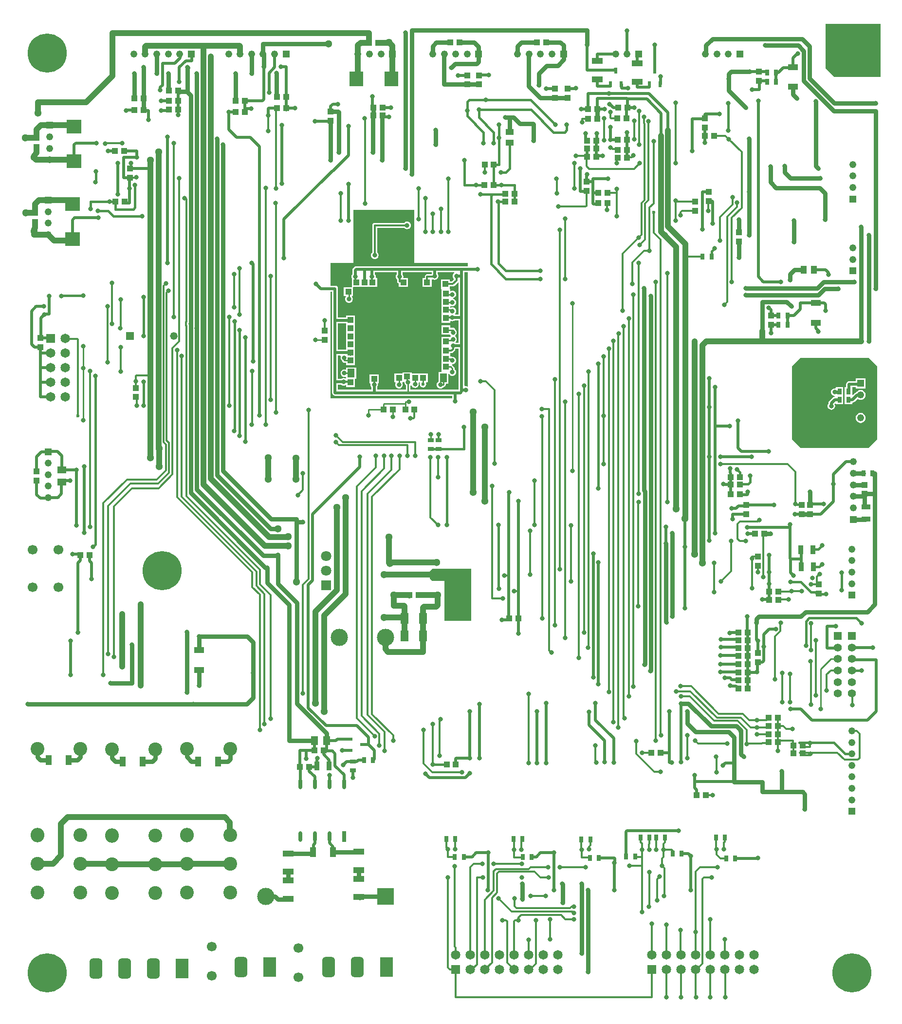
<source format=gbl>
G04 Layer_Physical_Order=2*
G04 Layer_Color=16711680*
%FSLAX44Y44*%
%MOMM*%
G71*
G01*
G75*
%ADD10R,1.0000X0.6000*%
%ADD12R,1.1000X1.0000*%
%ADD15R,0.8000X1.0500*%
%ADD16R,1.0500X0.8000*%
%ADD17R,1.0000X1.1000*%
%ADD22R,0.6000X1.0000*%
%ADD25R,1.5000X0.9000*%
%ADD28R,1.5000X1.2000*%
%ADD30R,1.4500X1.9000*%
%ADD31R,1.2000X1.5000*%
%ADD39R,1.4700X1.0900*%
%ADD43R,1.0900X1.4700*%
%ADD44R,0.9000X1.5000*%
%ADD55R,1.7500X1.1000*%
%ADD58C,0.5000*%
%ADD59C,0.3000*%
%ADD60C,0.7500*%
%ADD61C,1.0000*%
%ADD62C,0.4000*%
%ADD63C,0.2800*%
%ADD64R,1.2192X1.2192*%
%ADD65C,1.2192*%
%ADD66R,1.4000X1.4000*%
%ADD67C,1.4000*%
%ADD68C,6.8000*%
%ADD69R,3.0000X3.0000*%
%ADD70C,3.0000*%
%ADD71C,1.3208*%
%ADD72R,1.3208X1.3208*%
%ADD73R,1.8000X1.8000*%
%ADD74C,1.8000*%
%ADD75C,1.7000*%
%ADD76C,2.4000*%
%ADD77O,2.4000X2.5000*%
%ADD78R,1.2192X1.2192*%
%ADD79R,1.6500X1.6500*%
%ADD80C,1.6500*%
G04:AMPARAMS|DCode=81|XSize=2.25mm|YSize=3.5mm|CornerRadius=0.5625mm|HoleSize=0mm|Usage=FLASHONLY|Rotation=180.000|XOffset=0mm|YOffset=0mm|HoleType=Round|Shape=RoundedRectangle|*
%AMROUNDEDRECTD81*
21,1,2.2500,2.3750,0,0,180.0*
21,1,1.1250,3.5000,0,0,180.0*
1,1,1.1250,-0.5625,1.1875*
1,1,1.1250,0.5625,1.1875*
1,1,1.1250,0.5625,-1.1875*
1,1,1.1250,-0.5625,-1.1875*
%
%ADD81ROUNDEDRECTD81*%
%ADD82R,2.2500X3.5000*%
%ADD83R,1.6500X1.6500*%
%ADD84C,2.4130*%
%ADD85C,0.8000*%
%ADD86C,1.3000*%
%ADD87R,2.5000X2.4500*%
%ADD88R,2.4500X2.5000*%
%ADD89O,0.7000X1.8500*%
%ADD90R,0.7000X1.8500*%
%ADD91R,1.8500X1.1000*%
%ADD92R,1.1000X1.7500*%
%ADD93C,0.9000*%
%ADD94C,0.6000*%
G36*
X545861Y1185000D02*
Y1130000D01*
Y1079000D01*
Y1059000D01*
X546252Y1057033D01*
X547366Y1055366D01*
X549034Y1054252D01*
X551000Y1053861D01*
X754861D01*
Y1049000D01*
X543000Y1049000D01*
X543000Y1234861D01*
X545861D01*
Y1185000D01*
D02*
G37*
G36*
X782000Y1070670D02*
X780730Y1069948D01*
X779707Y1070372D01*
X778000Y1070596D01*
X777409Y1070519D01*
X776139Y1071632D01*
Y1139998D01*
Y1190000D01*
Y1262000D01*
Y1268861D01*
X782000D01*
X782000Y1070670D01*
D02*
G37*
G36*
X788000Y753000D02*
X788000Y662000D01*
X741000Y662000D01*
X741000Y732000D01*
X720000Y732000D01*
X716000Y736000D01*
X716000Y749000D01*
X720000Y753000D01*
X741000Y753000D01*
X788000Y753000D01*
D02*
G37*
G36*
X1494000Y1105000D02*
X1494000Y978000D01*
X1479000Y963000D01*
X1361000Y963000D01*
X1346000Y978000D01*
X1346000Y1105000D01*
X1361000Y1120000D01*
X1479000Y1120000D01*
X1494000Y1105000D01*
D02*
G37*
G36*
X570460Y1177460D02*
X570460D01*
Y1163460D01*
Y1148960D01*
Y1137040D01*
X570460D01*
Y1134179D01*
X556139D01*
Y1179861D01*
X570460D01*
Y1177460D01*
D02*
G37*
G36*
X689000Y1285000D02*
X782000D01*
Y1279139D01*
X588000D01*
X586034Y1278748D01*
X584366Y1277634D01*
X582365Y1275632D01*
X581251Y1273965D01*
X580860Y1271999D01*
Y1265044D01*
X580286Y1264296D01*
X579627Y1262705D01*
X579402Y1260997D01*
X579627Y1259290D01*
X579960Y1258487D01*
Y1243810D01*
X579960Y1243460D01*
X579115Y1242540D01*
X565960D01*
Y1227460D01*
X569367D01*
X569972Y1226190D01*
X569287Y1225298D01*
X568628Y1223707D01*
X568404Y1222000D01*
X568628Y1220293D01*
X569287Y1218702D01*
X570336Y1217336D01*
X571702Y1216287D01*
X573293Y1215628D01*
X575000Y1215404D01*
X576707Y1215628D01*
X578298Y1216287D01*
X579664Y1217336D01*
X580713Y1218702D01*
X581372Y1220293D01*
X581596Y1222000D01*
X581372Y1223707D01*
X580713Y1225298D01*
X580028Y1226190D01*
X580633Y1227460D01*
X582040D01*
Y1242190D01*
X582040Y1242540D01*
X582885Y1243460D01*
X624040D01*
Y1258540D01*
X622292D01*
X621440Y1259810D01*
X621596Y1261000D01*
X621372Y1262707D01*
X620713Y1264298D01*
X620139Y1265046D01*
Y1268861D01*
X657860D01*
Y1265044D01*
X657286Y1264296D01*
X656627Y1262705D01*
X656402Y1260997D01*
X656627Y1259290D01*
X657286Y1257699D01*
X658334Y1256333D01*
X658879Y1255915D01*
Y1252750D01*
X659193Y1251174D01*
X660086Y1249838D01*
X661422Y1248945D01*
X661960Y1248838D01*
Y1243460D01*
X678040D01*
Y1258540D01*
X670292D01*
X669439Y1259810D01*
X669595Y1260997D01*
X669370Y1262705D01*
X668711Y1264296D01*
X668137Y1265044D01*
Y1268861D01*
X718861D01*
Y1266046D01*
X718287Y1265298D01*
X718213Y1265119D01*
X711000D01*
X709424Y1264806D01*
X708087Y1263913D01*
X707194Y1262576D01*
X706881Y1261000D01*
Y1258540D01*
X702960D01*
Y1243460D01*
X719040D01*
Y1256073D01*
X720310Y1256588D01*
X720702Y1256287D01*
X722293Y1255628D01*
X724000Y1255404D01*
X725707Y1255628D01*
X727298Y1256287D01*
X728664Y1257336D01*
X729713Y1258702D01*
X730372Y1260293D01*
X730596Y1262000D01*
X730372Y1263707D01*
X729713Y1265298D01*
X729139Y1266046D01*
Y1268861D01*
X758192D01*
X758510Y1268142D01*
X758545Y1267591D01*
X757334Y1266662D01*
X756286Y1265296D01*
X755627Y1263705D01*
X755402Y1261998D01*
X755627Y1260290D01*
X756286Y1258699D01*
X757334Y1257333D01*
X757508Y1257200D01*
X757577Y1255781D01*
X753915Y1252119D01*
X750540D01*
Y1256040D01*
X735460D01*
Y1239960D01*
X735460D01*
X735960Y1239040D01*
Y1222960D01*
Y1208960D01*
Y1194960D01*
X735960D01*
Y1180960D01*
X751040D01*
Y1183286D01*
X752310Y1184032D01*
X753291Y1183626D01*
X754998Y1183401D01*
X756706Y1183626D01*
X758297Y1184285D01*
X759045Y1184859D01*
X765861D01*
Y1146136D01*
X761188D01*
X760773Y1147087D01*
X760719Y1147406D01*
X761713Y1148702D01*
X762372Y1150293D01*
X762596Y1152000D01*
X762372Y1153707D01*
X761713Y1155298D01*
X760664Y1156664D01*
X759917Y1157238D01*
Y1158762D01*
X760664Y1159336D01*
X761713Y1160702D01*
X762372Y1162293D01*
X762596Y1164000D01*
X762372Y1165707D01*
X761713Y1167298D01*
X760664Y1168664D01*
X759745Y1169370D01*
X759711Y1169537D01*
X758841Y1170841D01*
X757537Y1171711D01*
X756000Y1172017D01*
X751040D01*
Y1176040D01*
X735960D01*
Y1159960D01*
X750856D01*
X751336Y1159336D01*
X752084Y1158762D01*
Y1157238D01*
X751336Y1156664D01*
X750856Y1156040D01*
X735960D01*
Y1139960D01*
Y1126040D01*
X735960D01*
Y1109960D01*
Y1096310D01*
X735960Y1095960D01*
X735115Y1095040D01*
X730960D01*
Y1078820D01*
X730702Y1078713D01*
X729336Y1077664D01*
X728287Y1076298D01*
X727628Y1074707D01*
X727404Y1073000D01*
X727628Y1071293D01*
X728287Y1069702D01*
X729336Y1068336D01*
X730702Y1067287D01*
X732293Y1066628D01*
X734000Y1066404D01*
X735707Y1066628D01*
X737298Y1067287D01*
X738664Y1068336D01*
X739161Y1068983D01*
X739500D01*
X741037Y1069289D01*
X742341Y1070159D01*
X743211Y1071463D01*
X743517Y1073000D01*
Y1074960D01*
X748040D01*
Y1091394D01*
X749214Y1091684D01*
X749310Y1091672D01*
X750336Y1090336D01*
X751702Y1089287D01*
X753293Y1088628D01*
X755000Y1088404D01*
X756707Y1088628D01*
X758298Y1089287D01*
X759664Y1090336D01*
X760713Y1091702D01*
X761372Y1093293D01*
X761596Y1095000D01*
X761372Y1096707D01*
X760713Y1098298D01*
X759664Y1099664D01*
X759017Y1100161D01*
Y1101000D01*
X758711Y1102537D01*
X757841Y1103841D01*
X754841Y1106841D01*
X754276Y1107218D01*
X754735Y1108438D01*
X755000Y1108404D01*
X756707Y1108628D01*
X758298Y1109287D01*
X759664Y1110336D01*
X760713Y1111702D01*
X761372Y1113293D01*
X761596Y1115000D01*
X761372Y1116707D01*
X760713Y1118298D01*
X759664Y1119664D01*
X758298Y1120713D01*
X756707Y1121372D01*
X755000Y1121596D01*
X753922Y1121454D01*
X753537Y1121711D01*
X752000Y1122017D01*
X751040D01*
Y1123960D01*
X751040D01*
Y1127881D01*
X753000D01*
X754576Y1128194D01*
X755913Y1129087D01*
X758911Y1132086D01*
X759804Y1133422D01*
X760118Y1134998D01*
Y1135859D01*
X765861D01*
Y1064139D01*
X682016D01*
Y1071126D01*
X682665Y1071619D01*
X684079Y1071199D01*
X684286Y1070700D01*
X685334Y1069333D01*
X686700Y1068285D01*
X688291Y1067626D01*
X689999Y1067401D01*
X691706Y1067626D01*
X693297Y1068285D01*
X694663Y1069333D01*
X695711Y1070700D01*
X696370Y1072291D01*
X696595Y1073998D01*
X696370Y1075705D01*
X696169Y1076190D01*
X697018Y1077460D01*
X698302D01*
X698901Y1076340D01*
X698781Y1076162D01*
X698352Y1074000D01*
X698781Y1071838D01*
X700006Y1070006D01*
X701838Y1068782D01*
X704000Y1068352D01*
X706162Y1068782D01*
X707994Y1070006D01*
X709219Y1071838D01*
X709649Y1074000D01*
X709219Y1076162D01*
X709099Y1076340D01*
X709698Y1077460D01*
X712040D01*
Y1092540D01*
X684040D01*
Y1094540D01*
X667960D01*
Y1092540D01*
X653960D01*
Y1077460D01*
X655743D01*
X655912Y1077118D01*
X656243Y1076190D01*
X655628Y1074707D01*
X655404Y1073000D01*
X655628Y1071293D01*
X656287Y1069702D01*
X657336Y1068336D01*
X658702Y1067287D01*
X660293Y1066628D01*
X662000Y1066404D01*
X663707Y1066628D01*
X665298Y1067287D01*
X666664Y1068336D01*
X667713Y1069702D01*
X668372Y1071293D01*
X668596Y1073000D01*
X668372Y1074707D01*
X667757Y1076190D01*
X668088Y1077118D01*
X668257Y1077460D01*
X670040D01*
Y1078176D01*
X670286Y1078250D01*
X671439Y1077273D01*
X671402Y1076998D01*
X671627Y1075291D01*
X672286Y1073700D01*
X673334Y1072334D01*
X673981Y1071837D01*
Y1064139D01*
X624139D01*
Y1068951D01*
X624713Y1069699D01*
X625372Y1071290D01*
X625596Y1072998D01*
X625439Y1074190D01*
X626291Y1075460D01*
X627040D01*
Y1090540D01*
X610960D01*
Y1075460D01*
X611710D01*
X612561Y1074190D01*
X612404Y1072998D01*
X612628Y1071290D01*
X613287Y1069699D01*
X613861Y1068951D01*
Y1064139D01*
X556139D01*
Y1072861D01*
X561954D01*
X562702Y1072287D01*
X564293Y1071628D01*
X566000Y1071404D01*
X567707Y1071628D01*
X569190Y1072243D01*
X570118Y1071912D01*
X570460Y1071743D01*
Y1068960D01*
X585540D01*
Y1082960D01*
X587540D01*
Y1103040D01*
X570460D01*
Y1100018D01*
X569190Y1099169D01*
X568706Y1099370D01*
X566999Y1099594D01*
X565292Y1099370D01*
X563701Y1098710D01*
X562335Y1097662D01*
X561286Y1096296D01*
X560627Y1094705D01*
X560402Y1092998D01*
X560627Y1091291D01*
X561286Y1089700D01*
X562335Y1088333D01*
X563701Y1087285D01*
X565292Y1086626D01*
X566999Y1086401D01*
X568706Y1086626D01*
X569190Y1086827D01*
X570460Y1085978D01*
Y1084422D01*
X569626Y1083913D01*
X569190Y1083757D01*
X567707Y1084372D01*
X566000Y1084596D01*
X564293Y1084372D01*
X562702Y1083713D01*
X561954Y1083139D01*
X556139D01*
Y1123901D01*
X560231D01*
X561011Y1122631D01*
X560628Y1121707D01*
X560404Y1120000D01*
X560628Y1118293D01*
X561287Y1116702D01*
X562336Y1115336D01*
X563021Y1114810D01*
X563289Y1113463D01*
X564159Y1112159D01*
X565463Y1111289D01*
X567000Y1110983D01*
X570460D01*
Y1106960D01*
X585540D01*
Y1123040D01*
X585540D01*
Y1134960D01*
X585540D01*
Y1148960D01*
Y1163460D01*
Y1179540D01*
X585540D01*
Y1193540D01*
X570460D01*
Y1190139D01*
X556139D01*
Y1240000D01*
X555748Y1241966D01*
X554634Y1243634D01*
X552966Y1244748D01*
X551000Y1245139D01*
X543000D01*
Y1285000D01*
X583000Y1285000D01*
Y1377000D01*
X689000Y1377000D01*
Y1285000D01*
D02*
G37*
G36*
X1500000Y1637000D02*
X1500000Y1608000D01*
X1419000Y1608000D01*
X1404000Y1623000D01*
X1404000Y1700000D01*
X1500000D01*
X1500000Y1637000D01*
D02*
G37*
G36*
X765852Y1250695D02*
X765861Y1250688D01*
Y1195136D01*
X760188D01*
X759773Y1196087D01*
X759719Y1196406D01*
X760713Y1197702D01*
X761372Y1199293D01*
X761596Y1201000D01*
X761372Y1202707D01*
X760713Y1204298D01*
X759664Y1205664D01*
X758298Y1206713D01*
X756707Y1207372D01*
X755000Y1207596D01*
X753293Y1207372D01*
X752437Y1207017D01*
X751040D01*
Y1209290D01*
X752310Y1210035D01*
X753293Y1209628D01*
X755000Y1209404D01*
X756707Y1209628D01*
X758298Y1210287D01*
X759664Y1211336D01*
X760713Y1212702D01*
X761372Y1214293D01*
X761596Y1216000D01*
X761372Y1217707D01*
X760713Y1219298D01*
X759664Y1220664D01*
X758298Y1221713D01*
X756707Y1222372D01*
Y1223628D01*
X758298Y1224287D01*
X759664Y1225336D01*
X760713Y1226702D01*
X761372Y1228293D01*
X761596Y1230000D01*
X761372Y1231707D01*
X760713Y1233298D01*
X759664Y1234664D01*
X758298Y1235713D01*
X756707Y1236372D01*
X755000Y1236596D01*
X753293Y1236372D01*
X752310Y1235965D01*
X751040Y1236710D01*
Y1239040D01*
X751040D01*
X750540Y1239960D01*
Y1243881D01*
X755621D01*
X757198Y1244194D01*
X758534Y1245087D01*
X764591Y1251145D01*
X765852Y1250695D01*
D02*
G37*
%LPC*%
G36*
X1465085Y1023960D02*
X1462831Y1023664D01*
X1460730Y1022794D01*
X1458926Y1021409D01*
X1457542Y1019605D01*
X1456671Y1017505D01*
X1456375Y1015250D01*
X1456671Y1012996D01*
X1457542Y1010895D01*
X1458926Y1009091D01*
X1460730Y1007707D01*
X1462831Y1006836D01*
X1465085Y1006540D01*
X1467339Y1006836D01*
X1469440Y1007707D01*
X1471244Y1009091D01*
X1472629Y1010895D01*
X1473499Y1012996D01*
X1473796Y1015250D01*
X1473499Y1017505D01*
X1472629Y1019605D01*
X1471244Y1021409D01*
X1469440Y1022794D01*
X1467339Y1023664D01*
X1465085Y1023960D01*
D02*
G37*
G36*
X1434790Y1068790D02*
X1421710D01*
Y1067652D01*
X1420440Y1066538D01*
X1420000Y1066596D01*
X1418293Y1066372D01*
X1416702Y1065713D01*
X1415336Y1064664D01*
X1414287Y1063298D01*
X1413628Y1061707D01*
X1413403Y1060000D01*
X1413628Y1058293D01*
X1414287Y1056702D01*
X1415336Y1055336D01*
X1416702Y1054287D01*
X1418293Y1053628D01*
X1419285Y1053498D01*
X1420101Y1052283D01*
X1420112Y1052159D01*
X1420103Y1052139D01*
X1420000D01*
X1418033Y1051748D01*
X1416366Y1050634D01*
X1410366Y1044634D01*
X1409252Y1042967D01*
X1408861Y1041000D01*
Y1040046D01*
X1408287Y1039298D01*
X1407628Y1037707D01*
X1407404Y1036000D01*
X1407628Y1034293D01*
X1408287Y1032702D01*
X1409336Y1031336D01*
X1410702Y1030287D01*
X1412293Y1029628D01*
X1414000Y1029404D01*
X1415707Y1029628D01*
X1417298Y1030287D01*
X1418664Y1031336D01*
X1419713Y1032702D01*
X1420372Y1034293D01*
X1420596Y1036000D01*
X1420372Y1037707D01*
X1419713Y1039298D01*
X1419649Y1039381D01*
X1420537Y1040269D01*
X1421710Y1039783D01*
Y1039210D01*
X1434790D01*
Y1053210D01*
Y1068790D01*
D02*
G37*
G36*
X1473721Y1083885D02*
X1456449D01*
Y1079139D01*
X1445000D01*
X1443033Y1078748D01*
X1441366Y1077634D01*
X1440252Y1075966D01*
X1439861Y1074000D01*
Y1068790D01*
X1437210D01*
Y1053210D01*
Y1039210D01*
X1450290D01*
Y1041861D01*
X1451000D01*
X1452966Y1042252D01*
X1454634Y1043366D01*
X1459737Y1048469D01*
X1460730Y1047707D01*
X1462831Y1046837D01*
X1465085Y1046540D01*
X1467339Y1046837D01*
X1469440Y1047707D01*
X1471244Y1049091D01*
X1472629Y1050895D01*
X1473499Y1052996D01*
X1473796Y1055251D01*
X1473499Y1057505D01*
X1472629Y1059606D01*
X1471244Y1061410D01*
X1469440Y1062794D01*
X1467339Y1063664D01*
X1465085Y1063961D01*
X1462831Y1063664D01*
X1460730Y1062794D01*
X1458926Y1061410D01*
X1457761Y1059892D01*
X1457034Y1059748D01*
X1455366Y1058634D01*
X1451560Y1054827D01*
X1450290Y1055353D01*
Y1068790D01*
X1451530Y1068861D01*
X1456449D01*
Y1066613D01*
X1473721D01*
Y1083885D01*
D02*
G37*
G36*
X676000Y1356596D02*
X674293Y1356372D01*
X672702Y1355713D01*
X671336Y1354664D01*
X670917Y1354119D01*
X620000D01*
X618424Y1353806D01*
X617087Y1352913D01*
X616194Y1351576D01*
X615881Y1350000D01*
Y1303083D01*
X615336Y1302664D01*
X614287Y1301298D01*
X613628Y1299707D01*
X613404Y1298000D01*
X613628Y1296293D01*
X614287Y1294702D01*
X615336Y1293336D01*
X616702Y1292287D01*
X618293Y1291628D01*
X620000Y1291404D01*
X621707Y1291628D01*
X623298Y1292287D01*
X624664Y1293336D01*
X625713Y1294702D01*
X626372Y1296293D01*
X626596Y1298000D01*
X626372Y1299707D01*
X625713Y1301298D01*
X624664Y1302664D01*
X624119Y1303083D01*
Y1345881D01*
X670917D01*
X671336Y1345336D01*
X672702Y1344287D01*
X674293Y1343628D01*
X676000Y1343404D01*
X677707Y1343628D01*
X679298Y1344287D01*
X680664Y1345336D01*
X681713Y1346702D01*
X682372Y1348293D01*
X682596Y1350000D01*
X682372Y1351707D01*
X681713Y1353298D01*
X680664Y1354664D01*
X679298Y1355713D01*
X677707Y1356372D01*
X676000Y1356596D01*
D02*
G37*
%LPD*%
D10*
X576000Y437500D02*
D03*
Y456500D02*
D03*
X600000Y447000D02*
D03*
D12*
X933000Y1588000D02*
D03*
Y1572000D02*
D03*
X781000Y1611000D02*
D03*
Y1595000D02*
D03*
X1194500Y1520000D02*
D03*
Y1536000D02*
D03*
X619000Y1099000D02*
D03*
Y1083000D02*
D03*
X711000Y1235000D02*
D03*
Y1251000D02*
D03*
X670000Y1235000D02*
D03*
Y1251000D02*
D03*
X602000Y1235000D02*
D03*
Y1251000D02*
D03*
X588000Y1235000D02*
D03*
Y1251000D02*
D03*
X616000Y1235000D02*
D03*
Y1251000D02*
D03*
X1266000Y864000D02*
D03*
Y848000D02*
D03*
X1286000Y774000D02*
D03*
Y758000D02*
D03*
X1392000Y710000D02*
D03*
Y726000D02*
D03*
X38000Y1154000D02*
D03*
Y1138000D02*
D03*
X1377000Y847750D02*
D03*
Y863750D02*
D03*
X1363000Y863750D02*
D03*
Y847750D02*
D03*
X1472000Y883000D02*
D03*
Y899000D02*
D03*
X1309000Y1177000D02*
D03*
Y1193000D02*
D03*
X1253000Y1338000D02*
D03*
Y1322000D02*
D03*
X988000Y1426000D02*
D03*
Y1410000D02*
D03*
X204500Y1067500D02*
D03*
Y1051500D02*
D03*
X533000Y1151000D02*
D03*
Y1167000D02*
D03*
X574000Y1235000D02*
D03*
Y1251000D02*
D03*
X662000Y1085000D02*
D03*
Y1101000D02*
D03*
X1286000Y606500D02*
D03*
Y590500D02*
D03*
X690000Y1085000D02*
D03*
Y1101000D02*
D03*
X29500Y1356000D02*
D03*
Y1372000D02*
D03*
X704000Y1085000D02*
D03*
Y1101000D02*
D03*
X194000Y1433000D02*
D03*
Y1449000D02*
D03*
X543250Y1532000D02*
D03*
Y1548000D02*
D03*
X955000Y1572000D02*
D03*
Y1588000D02*
D03*
X801000Y1595000D02*
D03*
Y1611000D02*
D03*
X32000Y906000D02*
D03*
Y922000D02*
D03*
X676000Y1103000D02*
D03*
Y1087000D02*
D03*
X1288000Y1601000D02*
D03*
Y1617000D02*
D03*
X1177000Y1391000D02*
D03*
Y1375000D02*
D03*
X1201000Y1392000D02*
D03*
Y1408000D02*
D03*
X32000Y1486000D02*
D03*
Y1502000D02*
D03*
D15*
X1228750Y286000D02*
D03*
X1213250D02*
D03*
X1097750D02*
D03*
X1082250D02*
D03*
X876750Y283000D02*
D03*
X861250D02*
D03*
X994750Y282000D02*
D03*
X979250D02*
D03*
X994000Y250250D02*
D03*
X1009500D02*
D03*
X616750Y420000D02*
D03*
X601250D02*
D03*
X1428250Y1061000D02*
D03*
X1443750D02*
D03*
X1428250Y1047000D02*
D03*
X1443750D02*
D03*
X1322250Y1177000D02*
D03*
X1337750D02*
D03*
Y1193000D02*
D03*
X1322250D02*
D03*
X1302250Y1600000D02*
D03*
X1317750D02*
D03*
Y1616000D02*
D03*
X1302250D02*
D03*
X1190250Y1295750D02*
D03*
X1205750D02*
D03*
X1109250Y286000D02*
D03*
X1124750D02*
D03*
X1153750Y258000D02*
D03*
X1138250D02*
D03*
X1246500Y249500D02*
D03*
X1231000D02*
D03*
X759250Y252000D02*
D03*
X774750D02*
D03*
X877250D02*
D03*
X892750D02*
D03*
X759750Y283000D02*
D03*
X744250D02*
D03*
X1485750Y919000D02*
D03*
X1470250D02*
D03*
X1072750Y252250D02*
D03*
X1057250D02*
D03*
D16*
X582000Y417750D02*
D03*
Y402250D02*
D03*
X731000Y961000D02*
D03*
Y976500D02*
D03*
X717500Y961000D02*
D03*
Y976500D02*
D03*
D17*
X743500Y1118000D02*
D03*
X727500D02*
D03*
X743500Y1104000D02*
D03*
X727500D02*
D03*
X1252500Y587000D02*
D03*
X1268500D02*
D03*
X727500Y1189000D02*
D03*
X743500D02*
D03*
X594000Y1129000D02*
D03*
X578000D02*
D03*
X727000Y1248000D02*
D03*
X743000D02*
D03*
X594000Y1077000D02*
D03*
X578000D02*
D03*
X727500Y1132000D02*
D03*
X743500D02*
D03*
X594000Y1185500D02*
D03*
X578000D02*
D03*
X506000Y408000D02*
D03*
X490000D02*
D03*
X531000Y437000D02*
D03*
X515000D02*
D03*
X1297000Y814000D02*
D03*
X1281000D02*
D03*
X1306000Y699000D02*
D03*
X1322000D02*
D03*
X1306000Y713000D02*
D03*
X1322000D02*
D03*
X870000Y667000D02*
D03*
X854000D02*
D03*
X1239000Y882500D02*
D03*
X1255000D02*
D03*
X1255000Y899250D02*
D03*
X1239000D02*
D03*
X1239000Y912250D02*
D03*
X1255000D02*
D03*
X743500Y1217000D02*
D03*
X727500D02*
D03*
X743500Y1231000D02*
D03*
X727500D02*
D03*
X743500Y1203000D02*
D03*
X727500D02*
D03*
X1007000Y1535500D02*
D03*
X991000D02*
D03*
X989000Y1483500D02*
D03*
X1005000D02*
D03*
X1058750Y1467500D02*
D03*
X1042750D02*
D03*
X1058750Y1481500D02*
D03*
X1042750D02*
D03*
X1058000Y1536500D02*
D03*
X1042000D02*
D03*
X1005000Y1469500D02*
D03*
X989000D02*
D03*
X1009000Y1406500D02*
D03*
X1025000D02*
D03*
X1009000Y1389000D02*
D03*
X1025000D02*
D03*
X991000Y1552500D02*
D03*
X1007000D02*
D03*
X989000Y1497000D02*
D03*
X1005000D02*
D03*
X1043500Y1555000D02*
D03*
X1059500D02*
D03*
X1042750Y1499000D02*
D03*
X1058750D02*
D03*
X578000Y1115000D02*
D03*
X594000D02*
D03*
X124000Y777000D02*
D03*
X108000D02*
D03*
X745000Y413000D02*
D03*
X761000D02*
D03*
X651000Y1030000D02*
D03*
X635000D02*
D03*
X1194000Y1506000D02*
D03*
X1210000D02*
D03*
X1117250Y433000D02*
D03*
X1101250D02*
D03*
X1196000Y359000D02*
D03*
X1180000D02*
D03*
X1348250Y445750D02*
D03*
X1364250D02*
D03*
X1348250Y431750D02*
D03*
X1364250D02*
D03*
X1321250Y493750D02*
D03*
X1305250D02*
D03*
X1321250Y479500D02*
D03*
X1305250D02*
D03*
X1321250Y465500D02*
D03*
X1305250D02*
D03*
X1321250Y451750D02*
D03*
X1305250D02*
D03*
X727500Y1168000D02*
D03*
X743500D02*
D03*
X727500Y1148000D02*
D03*
X743500D02*
D03*
X1252500Y601000D02*
D03*
X1268500D02*
D03*
X1252500Y615000D02*
D03*
X1268500D02*
D03*
X1252500Y628500D02*
D03*
X1268500D02*
D03*
X1252500Y642000D02*
D03*
X1268500D02*
D03*
X1252500Y573000D02*
D03*
X1268500D02*
D03*
X1252500Y559000D02*
D03*
X1268500D02*
D03*
X1252500Y545000D02*
D03*
X1268500D02*
D03*
X202000Y1571250D02*
D03*
X218000D02*
D03*
X377750Y1566750D02*
D03*
X393750D02*
D03*
X202000Y1550250D02*
D03*
X218000D02*
D03*
X377750Y1546750D02*
D03*
X393750D02*
D03*
X278000Y1551500D02*
D03*
X262000D02*
D03*
X466000Y1554000D02*
D03*
X450000D02*
D03*
X262000Y1584000D02*
D03*
X278000D02*
D03*
X450250Y1573000D02*
D03*
X466250D02*
D03*
X262000Y1566500D02*
D03*
X278000D02*
D03*
X184000Y1479000D02*
D03*
X168000D02*
D03*
X185000Y1391000D02*
D03*
X169000D02*
D03*
X633750Y1541250D02*
D03*
X617750D02*
D03*
X617750Y1555000D02*
D03*
X633750D02*
D03*
X847000Y1391000D02*
D03*
X863000D02*
D03*
X847000Y1405000D02*
D03*
X863000D02*
D03*
X767000Y1668000D02*
D03*
X751000D02*
D03*
X811000Y1456000D02*
D03*
X827000D02*
D03*
X810750Y1420000D02*
D03*
X826750D02*
D03*
X918000Y1668000D02*
D03*
X902000D02*
D03*
X578000Y1171500D02*
D03*
X594000D02*
D03*
X578000Y1157000D02*
D03*
X594000D02*
D03*
X578000Y1143000D02*
D03*
X594000D02*
D03*
X689000Y1030000D02*
D03*
X673000D02*
D03*
X680000Y707000D02*
D03*
X696000D02*
D03*
X610250Y1667500D02*
D03*
X626250D02*
D03*
D22*
X1048500Y1595000D02*
D03*
X1029500D02*
D03*
X1039000Y1619000D02*
D03*
X1116500Y1595000D02*
D03*
X1097500D02*
D03*
X1107000Y1619000D02*
D03*
D25*
X1474000Y839500D02*
D03*
Y860500D02*
D03*
D28*
X75499Y924500D02*
D03*
Y903500D02*
D03*
D30*
X672000Y636500D02*
D03*
X704000D02*
D03*
X672000Y667000D02*
D03*
X704000D02*
D03*
D31*
X579000Y1093000D02*
D03*
X600000D02*
D03*
X739500Y1085000D02*
D03*
X718500D02*
D03*
X515500Y454000D02*
D03*
X536500D02*
D03*
D39*
X855000Y1512100D02*
D03*
Y1493900D02*
D03*
D43*
X1365900Y1272500D02*
D03*
X1384100D02*
D03*
D44*
X519500Y410000D02*
D03*
X540500D02*
D03*
X1361501Y756001D02*
D03*
X1382500D02*
D03*
X1361000Y786000D02*
D03*
X1382000D02*
D03*
D55*
X1387000Y1180750D02*
D03*
Y1215250D02*
D03*
X314000Y577000D02*
D03*
Y611500D02*
D03*
X1347000Y1590750D02*
D03*
Y1625250D02*
D03*
D58*
X777960Y389960D02*
X785000Y397000D01*
X714790Y389960D02*
X777960D01*
X708250Y396500D02*
X714790Y389960D01*
X801000Y1611000D02*
X801600Y1611600D01*
X818600D01*
X765000Y1611000D02*
X781000D01*
X955000Y1588000D02*
X969000D01*
X970000Y1589000D01*
X918000Y1588000D02*
X933000D01*
X104000Y642000D02*
Y763000D01*
Y642000D02*
X105000Y643000D01*
X504250Y510750D02*
X535000Y480000D01*
X504250Y725250D02*
X512000Y733000D01*
X504250Y510750D02*
Y725250D01*
X98000Y1363000D02*
X138750D01*
X94500Y1359500D02*
X98000Y1363000D01*
X94500Y1326250D02*
Y1359500D01*
X1439843Y938829D02*
X1452000D01*
X1418000Y916986D02*
X1439843Y938829D01*
X1418000Y900000D02*
Y916986D01*
Y870216D02*
Y900000D01*
X1395535Y847750D02*
X1418000Y870216D01*
X1377000Y847750D02*
X1395535D01*
X1000040Y564040D02*
Y760135D01*
X1000000Y564000D02*
X1000040Y564040D01*
X1008960Y648255D02*
X1009040Y648176D01*
Y552040D02*
Y648176D01*
X1009000Y552000D02*
X1009040Y552040D01*
X546000Y1445000D02*
X547000D01*
X462000Y1361000D02*
X546000Y1445000D01*
X462000Y1293000D02*
Y1361000D01*
X574000Y1472000D02*
Y1523000D01*
X547000Y1445000D02*
X574000Y1472000D01*
X989000Y1620000D02*
Y1664000D01*
X518000Y1248000D02*
X526000Y1240000D01*
X551000Y1185000D02*
Y1240000D01*
X526000D02*
X551000D01*
X512000Y848000D02*
X594000Y930000D01*
X512000Y733000D02*
Y848000D01*
X1237000Y641000D02*
X1238000Y642000D01*
X1252500D01*
X1306250Y648250D02*
X1317500D01*
X1296500Y638500D02*
X1306250Y648250D01*
X1286000Y606500D02*
Y627750D01*
X1222000Y617000D02*
X1250500D01*
X1224750Y630000D02*
X1250500D01*
X1252250Y628250D01*
X1250500Y617000D02*
X1252500Y615000D01*
X1008960Y648255D02*
Y763920D01*
X1009000Y763960D01*
X1221500Y587250D02*
X1252250D01*
X1221500Y602250D02*
X1251250D01*
X1221500Y573250D02*
X1252250D01*
X1238000Y550000D02*
X1239000Y549000D01*
X1241000Y560000D02*
X1250000D01*
X1238000Y563000D02*
X1241000Y560000D01*
X1229000Y563000D02*
X1238000D01*
X1250000Y560000D02*
X1251750Y558250D01*
X1239000Y549000D02*
X1248500D01*
X1451000Y595000D02*
X1492000D01*
Y505000D02*
Y595000D01*
X1450000Y616000D02*
X1486000D01*
X1380000Y490000D02*
X1477000D01*
X1251250Y602250D02*
X1252500Y601000D01*
X1450000Y596000D02*
X1451000Y595000D01*
X1477000Y490000D02*
X1492000Y505000D01*
X1152750Y417250D02*
Y518750D01*
X1132000Y416000D02*
Y433000D01*
X1117250D02*
X1132000D01*
Y416000D02*
X1136750D01*
X1248500Y549000D02*
X1252500Y545000D01*
X1406500Y653250D02*
X1421886D01*
X1406500Y615250D02*
Y653250D01*
Y615250D02*
X1424250D01*
X1293750Y590500D02*
X1296500Y593250D01*
X1256710Y468710D02*
X1257000Y469000D01*
X1251750Y558250D02*
X1252500Y559000D01*
X1035750Y416000D02*
Y458250D01*
X1004000Y490000D02*
X1035750Y458250D01*
X1004000Y490000D02*
Y519040D01*
X1019500Y416500D02*
Y454500D01*
X1176500Y383250D02*
Y394250D01*
Y372250D02*
Y383250D01*
X1243750D02*
X1245250Y381750D01*
X1176500Y383250D02*
X1243750D01*
X1342960Y745844D02*
X1347901Y740903D01*
X761000Y413000D02*
Y423000D01*
X1176500Y372250D02*
X1180000Y368750D01*
X1229250Y415250D02*
X1245250D01*
X1225250Y411250D02*
X1229250Y415250D01*
X1180000Y359000D02*
Y368750D01*
X1294000Y700000D02*
X1305000D01*
X1459000Y1055000D02*
X1464000D01*
X1414000Y1036000D02*
Y1041000D01*
X1420000Y1047000D01*
Y1060000D02*
X1424000D01*
X1425000Y1059000D01*
X366000Y1517000D02*
Y1547000D01*
X127000Y735000D02*
Y763500D01*
X124000Y766500D02*
X127000Y763500D01*
X124000Y766500D02*
Y777000D01*
X115000Y816000D02*
Y931000D01*
X79000Y906000D02*
X90000D01*
X80000Y925000D02*
X101000D01*
Y828000D02*
Y925000D01*
X79000Y924000D02*
X80000Y925000D01*
X31000Y1209000D02*
X44000D01*
X194000Y1449000D02*
X230000D01*
X302000Y1636000D02*
Y1643000D01*
X291136Y1636000D02*
X302000D01*
X280000Y1624864D02*
X291136Y1636000D01*
X184000Y1479000D02*
X206000D01*
Y1468000D02*
Y1479000D01*
X183000Y1468000D02*
X206000D01*
X186000Y1389000D02*
X193000D01*
Y1432000D02*
X194000Y1433000D01*
X173000Y1404000D02*
Y1458000D01*
X458000Y1423000D02*
Y1524000D01*
X987000Y1500000D02*
Y1510000D01*
X988003Y1438997D02*
X988998D01*
X988000Y1439000D02*
X988003Y1438997D01*
X977000Y1409000D02*
Y1449000D01*
Y1409000D02*
X988000D01*
X999000Y1431000D02*
X1026000D01*
X999000Y1426500D02*
Y1431000D01*
Y1406000D02*
Y1426500D01*
X998500Y1426000D02*
X999000Y1426500D01*
X988000Y1426000D02*
X998500D01*
X1076000Y1648000D02*
X1078748D01*
X1097500Y1590000D02*
Y1595000D01*
X989000Y1483500D02*
X989000D01*
X1005000D02*
Y1497000D01*
X1006000D01*
X989000D02*
X990000D01*
X1201000Y1408000D02*
Y1409000D01*
X1252250Y628250D02*
X1252500Y628500D01*
X1428250Y1047000D02*
X1429000D01*
X1420000D02*
X1428250D01*
X1451000D02*
X1459000Y1055000D01*
X1443750Y1047000D02*
X1451000D01*
X1444000Y1061000D02*
X1445000Y1062000D01*
Y1074000D01*
X1462751D01*
X1464000Y1075249D01*
X46000Y1196000D02*
X54000D01*
X39000Y1189000D02*
X45000Y1195000D01*
X54000Y1196000D02*
X54040Y1196040D01*
X28000Y1138000D02*
X36000D01*
X23000Y1143000D02*
X28000Y1138000D01*
X38000Y1102300D02*
Y1128000D01*
Y1077000D02*
Y1102300D01*
X56600D01*
X38000Y1052000D02*
Y1077000D01*
X38100Y1076900D01*
X56600D01*
X38000Y1052000D02*
X56000D01*
X38000Y1128000D02*
Y1138000D01*
X55000Y1154000D02*
X56000Y1153000D01*
X38000Y1154000D02*
X55000D01*
X38000Y1154000D02*
X39000Y1155000D01*
Y1189000D01*
X77000Y926000D02*
X79000Y924000D01*
X38000Y876000D02*
X52000D01*
X32000Y882000D02*
X38000Y876000D01*
X32000Y882000D02*
Y906000D01*
X40000Y956000D02*
X51000D01*
X32000Y948000D02*
X40000Y956000D01*
X32000Y922000D02*
Y948000D01*
X68000Y957000D02*
X75499Y949501D01*
Y924500D02*
Y949501D01*
X75000Y883000D02*
Y903000D01*
X68502Y876502D02*
X75000Y883000D01*
X52000Y876502D02*
X68502D01*
X76000Y903000D02*
X79000Y906000D01*
X1306000Y699000D02*
Y713000D01*
X1269000Y814000D02*
X1281000D01*
X1239000Y882500D02*
X1239000Y882500D01*
X999000Y1388000D02*
Y1406000D01*
X999500Y1406500D01*
X1009000D01*
X999000Y1388000D02*
X1000000Y1387000D01*
X1009000D01*
X1005000Y1469500D02*
X1005000Y1469500D01*
Y1483500D01*
X1058750Y1481500D02*
X1058750Y1481500D01*
Y1499000D01*
X1030500D02*
X1042750D01*
X1042000Y1535500D02*
Y1536500D01*
X1041000Y1535500D02*
X1042000D01*
X979000Y1552500D02*
X979000Y1552500D01*
X991000D01*
X1007000D02*
X1020000D01*
X1058000Y1536500D02*
Y1553500D01*
X1059500Y1555000D01*
X1190000Y1408000D02*
X1201000D01*
X91000Y568000D02*
Y628000D01*
X108000Y767000D02*
Y777000D01*
X104000Y763000D02*
X108000Y767000D01*
X94000Y778000D02*
X107000D01*
X108000Y777000D01*
X1379250Y866000D02*
X1401000D01*
X1377000Y863750D02*
X1379250Y866000D01*
X1351250Y847750D02*
X1363000D01*
X1351000Y848000D02*
X1351250Y847750D01*
X1239000Y882500D02*
Y899250D01*
X1239000Y899250D02*
X1239000Y899250D01*
X185000Y1390000D02*
X186000Y1389000D01*
X183000Y1433000D02*
X194000D01*
X183000D02*
Y1468000D01*
X633750Y1541250D02*
X636000Y1539000D01*
X645000D01*
X616000Y1556750D02*
X617750Y1555000D01*
X616000Y1556750D02*
Y1574000D01*
X542250Y1531000D02*
X543250Y1532000D01*
X516000Y1531000D02*
X542250D01*
X543250Y1548000D02*
Y1557250D01*
X547000Y1561000D01*
X556000D01*
X1286000Y590500D02*
X1293750D01*
X1268500Y545000D02*
Y559000D01*
Y571250D01*
Y573000D02*
Y587000D01*
Y601000D01*
Y615000D01*
Y628500D01*
Y642000D01*
X1422500Y637250D02*
X1423500Y636250D01*
X1252250Y573250D02*
X1252500Y573000D01*
X1252250Y587250D02*
X1252500Y587000D01*
X1306000Y713000D02*
Y727000D01*
Y747000D01*
X1305000Y700000D02*
X1306000Y699000D01*
X1007000Y1636000D02*
Y1648000D01*
X991000Y1552500D02*
Y1579500D01*
X1007000Y1592000D02*
Y1604000D01*
X1037000Y1621000D02*
X1039000Y1619000D01*
X1076000Y1590000D02*
Y1600000D01*
Y1590000D02*
X1097500D01*
X1036000Y1620000D02*
X1037000Y1621000D01*
X989000Y1620000D02*
X1036000D01*
X1107000Y1619000D02*
Y1664000D01*
X1007000Y1592000D02*
X1029500D01*
Y1595000D01*
X1049000Y1589000D02*
X1060000D01*
X1049000D02*
Y1595000D01*
X1006250Y1470750D02*
X1016000D01*
X1005000Y1469500D02*
X1006250Y1470750D01*
X1058750Y1472000D02*
Y1481500D01*
X1190000Y1343000D02*
Y1408000D01*
X1059500Y1555000D02*
Y1570000D01*
X991000Y1579500D02*
X991040Y1579540D01*
X1027675D01*
X1024215Y1570500D02*
X1024256Y1570460D01*
X989000Y1469500D02*
Y1483500D01*
X1034744Y1555000D02*
X1043500D01*
X1028000Y1561000D02*
X1028745D01*
X1034744Y1555000D01*
X1072500Y1555000D02*
X1072500Y1555000D01*
X1071000Y1555000D02*
X1072500D01*
X1058750Y1648000D02*
Y1688750D01*
X633750Y1555000D02*
X648000D01*
X648000Y1555000D01*
X393750Y1546750D02*
X395500Y1545000D01*
X393750Y1546750D02*
X393750Y1546750D01*
X393750Y1546750D02*
Y1553000D01*
Y1566750D01*
X445751Y1647500D02*
X446000Y1647251D01*
X466000Y1554000D02*
X466250D01*
Y1550500D02*
Y1554000D01*
Y1573000D01*
Y1554000D02*
X481000D01*
X278000Y1566500D02*
Y1584000D01*
X278000Y1551500D02*
Y1566500D01*
X278000Y1566500D01*
X280750Y1647500D02*
X281000Y1647250D01*
X247000Y1585000D02*
Y1590000D01*
X226000Y1534000D02*
Y1550000D01*
X218250D02*
X226000D01*
X218000Y1550250D02*
X218250Y1550000D01*
X187000D02*
X187250Y1550250D01*
X202000D01*
X248500Y1566500D02*
X262000D01*
X248000Y1567000D02*
X248500Y1566500D01*
X260500Y1550000D02*
X262000Y1551500D01*
X248000Y1550000D02*
X260500D01*
X366250Y1546750D02*
X377750D01*
X366000Y1547000D02*
X366250Y1546750D01*
X278000Y1542000D02*
Y1551500D01*
X426960Y1625960D02*
X427000Y1626000D01*
X446000Y1625000D02*
Y1647251D01*
X457000Y1626000D02*
X466000D01*
X466250Y1625750D01*
Y1573000D02*
Y1625750D01*
X297500Y1647500D02*
X300748D01*
X280000Y1600000D02*
Y1624864D01*
X281000Y1641000D02*
Y1647250D01*
X272000Y1632000D02*
X281000Y1641000D01*
X97000Y1461250D02*
Y1490000D01*
X100000Y1493000D01*
X136000D01*
X435000Y1541000D02*
Y1553000D01*
X436000Y1554000D01*
X450000D01*
X393750Y1566750D02*
X424750D01*
X426960Y1568960D01*
Y1625960D01*
X1424250Y615250D02*
X1425000Y616000D01*
X598999Y1273999D02*
X599000Y1274000D01*
X724000Y1262000D02*
Y1274000D01*
X663000D02*
X724000D01*
X771000D01*
X799000D01*
X552000Y1078000D02*
X566000D01*
X551000Y1079000D02*
X552000Y1078000D01*
X662999Y1260997D02*
Y1273999D01*
X615000Y1274000D02*
X663000D01*
X662999Y1273999D02*
X663000Y1274000D01*
X769000Y1059000D02*
X771000Y1061000D01*
X551000Y1059000D02*
Y1079000D01*
X760000Y1044000D02*
Y1058000D01*
X759000Y1059000D02*
X760000Y1058000D01*
X759000Y1059000D02*
X769000D01*
X771000Y1064000D02*
X778000D01*
X771000Y1061000D02*
Y1064000D01*
Y1139998D01*
X755999Y1140998D02*
X770000D01*
X771000Y1139998D01*
X754998Y1189998D02*
X770998D01*
X771000Y1190000D01*
Y1139998D02*
Y1190000D01*
X551000Y1185000D02*
X577500D01*
X578000Y1185500D01*
X719000Y1104000D02*
X727500D01*
X716000Y1101000D02*
X719000Y1104000D01*
X727500D02*
Y1118000D01*
Y1132000D01*
X727500Y1132000D01*
Y1148000D01*
Y1168000D01*
Y1189000D01*
Y1203000D01*
X727500Y1203000D02*
Y1217000D01*
Y1231000D01*
X727000Y1248000D02*
X727500Y1247500D01*
X711000Y1235000D02*
X725500D01*
X727500Y1237000D01*
Y1231000D02*
Y1237000D01*
Y1247500D01*
X551000Y1130000D02*
X551960Y1129040D01*
X577960D01*
X551000Y1130000D02*
Y1185000D01*
X436000Y1581000D02*
Y1615000D01*
X446000Y1625000D01*
X247000Y1590000D02*
X251000Y1594000D01*
Y1632000D01*
X272000D01*
X23000Y1143000D02*
Y1201000D01*
X31000Y1209000D01*
X54000Y1227000D02*
X54040Y1226960D01*
Y1196040D02*
Y1226960D01*
X1076000Y1632000D02*
Y1648000D01*
X1007000D02*
X1038752D01*
X156000Y1479000D02*
X168000D01*
X259000Y1285000D02*
Y1504000D01*
X490200Y379000D02*
Y407800D01*
X490000Y408000D02*
X490200Y407800D01*
X515600Y379000D02*
Y391400D01*
X506000Y401000D02*
X515600Y391400D01*
X506000Y401000D02*
Y408000D01*
X541000Y379000D02*
Y394000D01*
X582000Y390000D02*
Y402250D01*
X506000Y408000D02*
X517500D01*
X519500Y410000D01*
X571500Y437000D02*
X572000Y437500D01*
X515000Y437000D02*
Y451500D01*
X514000Y452500D02*
X515000Y451500D01*
X514000Y452500D02*
X515500Y454000D01*
X551000Y410000D02*
Y431035D01*
X546035Y436000D02*
X551000Y431035D01*
X534000Y436000D02*
X546035D01*
X563000Y437000D02*
X571500D01*
X531000Y430000D02*
Y437000D01*
Y430000D02*
X540500Y420500D01*
Y410000D02*
Y420500D01*
X519500Y423500D02*
X519999Y423999D01*
X519500Y410000D02*
Y423500D01*
X536500Y438500D02*
Y454000D01*
X534000Y436000D02*
X536500Y438500D01*
X532000Y436000D02*
X534000D01*
X531000Y437000D02*
X532000Y436000D01*
X536500Y454000D02*
X552000D01*
X554500Y456500D01*
X576000D01*
X551000Y410000D02*
X566400Y394600D01*
Y379000D02*
Y394600D01*
X490000Y408000D02*
Y437000D01*
X501000Y423000D02*
Y437000D01*
X565000Y412000D02*
X570750Y417750D01*
X582000D01*
X490000Y437000D02*
X501000D01*
X515000D01*
X582000Y417750D02*
X588750D01*
X591000Y420000D01*
X601250D01*
X510750Y258000D02*
X512750Y260000D01*
X515600Y275600D02*
Y287000D01*
X513000Y273000D02*
X515600Y275600D01*
X513000Y260250D02*
Y273000D01*
X512750Y260000D02*
X513000Y260250D01*
X541000Y276000D02*
Y287000D01*
Y276000D02*
X547250Y269750D01*
Y260000D02*
Y269750D01*
X892750Y252000D02*
X901000D01*
X908000Y259000D01*
X1009500Y250250D02*
X1036250D01*
X1037250Y249250D01*
Y242250D02*
Y249250D01*
X1037000Y242000D02*
X1037250Y242250D01*
X908000Y259000D02*
X932000D01*
X1058750Y297250D02*
X1148250D01*
X1057250Y252750D02*
Y295750D01*
X1058750Y297250D01*
X932000Y194250D02*
Y259000D01*
X1037000Y194000D02*
Y194250D01*
X1037000Y194250D02*
Y242000D01*
Y194250D02*
X1037000Y194250D01*
X1169750Y193750D02*
Y253500D01*
X1153750Y258000D02*
X1165250D01*
X1169750Y253500D01*
X1246500Y249500D02*
X1286500D01*
X1286750Y249750D01*
X817000Y259000D02*
X817000Y259000D01*
X796000Y259000D02*
X817000D01*
X774750Y252000D02*
X789000D01*
X796000Y259000D01*
X816750Y194250D02*
X817040Y194540D01*
X817000Y259000D02*
X817040Y258960D01*
Y194540D02*
Y258960D01*
X1152750Y518750D02*
X1153000Y519000D01*
X761000Y423000D02*
X762000Y424000D01*
X785250D01*
X802000Y423500D02*
Y518000D01*
X917750Y415000D02*
X918000Y415250D01*
Y519000D01*
X619000Y1059000D02*
Y1072998D01*
X551000Y1059000D02*
X619000D01*
X551000Y1079000D02*
Y1130000D01*
X380000Y1503000D02*
X403000D01*
X366000Y1517000D02*
X380000Y1503000D01*
X403000D02*
X419000Y1487000D01*
X406000Y1285000D02*
X408000Y1283000D01*
X419000Y1020000D02*
Y1487000D01*
X408000Y1114000D02*
Y1283000D01*
X594000Y930000D02*
Y948000D01*
X600000Y447000D02*
X609000D01*
X616750Y420000D02*
X618960Y422210D01*
X609000Y447000D02*
X618960Y437040D01*
Y422210D02*
Y437040D01*
X535000Y480000D02*
X589000D01*
X609000Y447000D02*
Y460000D01*
X589000Y480000D02*
X609000Y460000D01*
X870000Y640000D02*
Y667000D01*
Y640000D02*
X870000Y640000D01*
X851000Y664000D02*
X854000Y667000D01*
X841000Y664000D02*
X851000D01*
X852960Y668040D02*
X854000Y667000D01*
X870000D02*
Y714000D01*
X852960Y668040D02*
Y741000D01*
X870000Y871000D02*
X870000Y871000D01*
X852960Y884960D02*
X854000Y886000D01*
X852960Y741000D02*
Y884960D01*
X870000Y714000D02*
Y871000D01*
X1361000Y786000D02*
X1361501Y785499D01*
X999960Y760216D02*
Y767704D01*
X1000000Y767745D01*
Y779000D01*
X1342960Y770000D02*
X1361501D01*
X1342960Y745844D02*
Y770000D01*
X1361501Y756001D02*
Y770000D01*
Y785499D01*
X1265000Y847000D02*
X1266000Y848000D01*
X1241000Y858000D02*
X1248000D01*
X1266000Y861500D02*
X1266000Y861500D01*
X1248000Y858000D02*
X1252500Y862500D01*
X1266000Y861500D02*
Y862500D01*
Y864000D01*
X1252500Y862500D02*
X1266000D01*
X1266000D01*
X1284000Y629750D02*
Y659000D01*
X1268000Y642500D02*
X1268500Y642000D01*
X1268000Y642500D02*
Y670000D01*
X1269000Y883000D02*
Y887000D01*
X1268000Y882000D02*
X1269000Y883000D01*
X1255500Y882000D02*
X1268000D01*
X1255000Y882500D02*
X1255500Y882000D01*
X1227750Y899250D02*
X1239000D01*
X1227000Y900000D02*
X1227750Y899250D01*
X1226000Y900000D02*
X1227000D01*
X1342000Y770960D02*
X1342960Y770000D01*
X1306000Y747999D02*
Y777000D01*
X1242000Y839000D02*
Y848000D01*
X1265000D01*
X1267998Y824998D02*
X1341998D01*
X1342000Y825000D01*
Y770960D02*
Y825000D01*
Y830000D01*
X1126000Y797000D02*
Y826000D01*
X1159000Y684250D02*
Y791000D01*
Y840000D01*
X1202000Y802000D02*
Y1084000D01*
X1211960Y1068960D02*
X1212000Y1069000D01*
X1211960Y1001000D02*
X1237000D01*
X1252000Y963000D02*
Y1010000D01*
Y963000D02*
X1257960Y957040D01*
X1278745D01*
X1278784Y957000D01*
X1305000D01*
X1221000Y948000D02*
X1275000D01*
X1211960Y815040D02*
X1212000Y815000D01*
X1211960Y815040D02*
Y1001000D01*
X1239000Y912250D02*
Y919000D01*
X1238000Y920000D02*
X1239000Y919000D01*
X1238000Y920000D02*
Y927000D01*
X1211960Y1001000D02*
Y1068960D01*
X1309000Y1163000D02*
Y1177000D01*
Y1193000D02*
X1322250D01*
X1309000Y1177000D02*
X1322250D01*
X1337750D02*
Y1193000D01*
X1384100Y1272500D02*
X1404500D01*
X1409000Y1268000D01*
Y1264000D02*
Y1268000D01*
X1387000Y1215250D02*
X1401750D01*
X1404000Y1213000D01*
Y1202000D02*
Y1213000D01*
X1387000Y1171000D02*
Y1180750D01*
X1309000Y1193000D02*
Y1203000D01*
X1305000Y1207000D02*
X1309000Y1203000D01*
X1360000Y1215250D02*
X1387000D01*
X1337750Y1193000D02*
X1349000D01*
X1360000Y1204000D01*
Y1215250D01*
X1266000Y864000D02*
X1314000D01*
X1314000Y864000D01*
X1301250Y1617000D02*
X1302250Y1616000D01*
X1276000Y1586000D02*
X1289000D01*
Y1600000D01*
X1288000Y1601000D02*
X1289000Y1600000D01*
X1317750Y1600000D02*
Y1616000D01*
X1288000Y1601000D02*
X1300250D01*
X1301250Y1600000D01*
X1317750Y1616000D02*
X1322000D01*
X1330000Y1624000D01*
X1345750D01*
X1347000Y1625250D01*
Y1641000D01*
X1355000Y1649000D01*
X1356000D01*
X1117000Y1595500D02*
Y1609000D01*
X1116500Y1595000D02*
X1117000Y1595500D01*
X1172000Y1479000D02*
Y1535000D01*
X1194500D01*
Y1536000D01*
X1192250Y1538250D02*
X1194500Y1536000D01*
X1193688Y1539688D02*
Y1542563D01*
X1192250Y1538250D02*
X1193688Y1539688D01*
Y1542563D02*
X1195125Y1544000D01*
X1219130D01*
X1194000Y1519500D02*
X1194500Y1520000D01*
X1005998Y1497002D02*
X1006000Y1497000D01*
X1005998Y1497002D02*
Y1509997D01*
X1058750Y1511749D02*
X1058998Y1511997D01*
X1058750Y1499000D02*
Y1511749D01*
X1030000Y1498500D02*
X1030037Y1498537D01*
Y1521037D01*
Y1498537D02*
X1030500Y1499000D01*
X1208000Y1353000D02*
Y1391000D01*
X1207000Y1392000D02*
X1208000Y1391000D01*
X1130000Y1479000D02*
X1130000Y1479000D01*
X615000Y1261000D02*
Y1274000D01*
X602000Y1257000D02*
Y1274000D01*
X588000D02*
X599000D01*
X585999Y1271999D02*
X588000Y1274000D01*
X585999Y1260997D02*
Y1271999D01*
X704000Y1101000D02*
X716000D01*
X664000D02*
X674000D01*
X676000Y1101000D02*
X676000Y1101000D01*
X690000D02*
X692000D01*
X704000D01*
X676000D02*
X683000D01*
X690000D01*
X674000D02*
X675000Y1102000D01*
X635000Y1099000D02*
X637000Y1101000D01*
X574000Y1358000D02*
Y1422000D01*
X599000Y1274000D02*
X602000D01*
X615000D01*
X771000Y1262000D02*
Y1274000D01*
Y1190000D02*
Y1262000D01*
X761999D02*
X771000D01*
X1007000Y1552500D02*
Y1570500D01*
X1024215D01*
X1059000D01*
X1059500Y1570000D01*
X1093000D01*
X1118000Y1545000D01*
Y1505739D02*
Y1545000D01*
X1130000Y1515000D02*
Y1546000D01*
X1097000Y1579000D02*
X1130000Y1546000D01*
X1287000Y1261000D02*
Y1567000D01*
Y1261000D02*
X1296000Y1252000D01*
X1326000D01*
X1296500Y593250D02*
Y617250D01*
Y638500D01*
X1284000Y629750D02*
X1286000Y627750D01*
X1286000Y627750D02*
X1286000Y627750D01*
X619000Y1059000D02*
X678000D01*
X759000D01*
X1361000Y509000D02*
X1380000Y490000D01*
X1343000Y509000D02*
X1361000D01*
X1387000Y1171000D02*
X1391000Y1167000D01*
Y1165000D02*
Y1167000D01*
X999960Y760216D02*
X1000040Y760135D01*
X785000Y424250D02*
X785250Y424000D01*
X785000Y424250D02*
Y505000D01*
X1132000Y433000D02*
X1132000Y433000D01*
X1132000Y433000D02*
Y505000D01*
X902000Y415500D02*
X902250Y415250D01*
X902000Y415500D02*
Y505000D01*
X992500Y481500D02*
Y504250D01*
Y481500D02*
X1019500Y454500D01*
X297500Y1647500D02*
X302000Y1643000D01*
X1040000Y1536500D02*
X1041000Y1535500D01*
X1425000Y1059000D02*
X1428000Y1062000D01*
X51000Y957000D02*
X68000D01*
X1265000Y847000D02*
Y848000D01*
X987000Y1500000D02*
X990000Y1497000D01*
X1027000Y1579000D02*
X1097000D01*
X38000Y1128000D02*
X57000D01*
X619000Y1099000D02*
X635000D01*
X637000Y1101000D02*
X662000D01*
Y1099000D02*
X664000Y1101000D01*
X675000Y1102000D02*
X679000D01*
X690000Y1099000D02*
X692000Y1101000D01*
X193000Y1389000D02*
Y1432000D01*
X393750Y1553000D02*
X405000D01*
X1268500Y571250D02*
X1269500Y572250D01*
X1268500Y573000D02*
X1285500D01*
Y589250D01*
X1286500Y590250D01*
X988000Y1426000D02*
Y1439000D01*
X1194000Y1494000D02*
Y1519500D01*
X1059500Y1555000D02*
X1072500D01*
X1239000Y899250D02*
Y914000D01*
X1272000Y1617000D02*
X1301250D01*
D59*
X888000Y415000D02*
Y535000D01*
X1004000Y417000D02*
X1005000Y416000D01*
X1004000Y417000D02*
Y446000D01*
X166500Y599750D02*
Y861500D01*
X198000Y893000D01*
X414000Y723000D02*
Y748000D01*
X284000Y878000D02*
X414000Y748000D01*
X284000Y878000D02*
Y1123000D01*
X407000Y721000D02*
Y746750D01*
X275960Y877790D02*
X407000Y746750D01*
X275960Y877790D02*
Y1126330D01*
X420000Y726000D02*
Y751500D01*
X292040Y879460D02*
X420000Y751500D01*
X292040Y879460D02*
Y1175590D01*
X495000Y890000D02*
Y919000D01*
X486000Y881000D02*
X495000Y890000D01*
X178000Y1172000D02*
Y1221000D01*
X177000Y1171000D02*
X178000Y1172000D01*
X1078500Y687500D02*
Y868500D01*
X1078998Y868998D01*
X1338328Y935040D02*
X1352000Y921368D01*
X1221040Y935040D02*
X1338328D01*
X1267000Y448000D02*
Y473000D01*
X1251000Y489000D02*
X1267000Y473000D01*
X1210000Y489000D02*
X1251000D01*
X1274000Y477000D02*
X1285000D01*
X1257000Y494000D02*
X1274000Y477000D01*
X1215000Y494000D02*
X1257000D01*
X1271000Y490000D02*
X1285000D01*
X1260000Y501000D02*
X1271000Y490000D01*
X1218000Y501000D02*
X1260000D01*
X1168040Y530960D02*
X1210000Y489000D01*
X1169001Y539999D02*
X1215000Y494000D01*
X1170001Y548999D02*
X1218000Y501000D01*
X1152960Y530960D02*
X1168040D01*
X1143998Y539999D02*
X1169001D01*
X1151998Y548999D02*
X1170001D01*
X155000Y1112000D02*
Y1209000D01*
X1041000Y1366000D02*
Y1406500D01*
X1081000Y1316000D02*
Y1316370D01*
X1090000Y1325370D01*
X495000Y725000D02*
X505000Y735000D01*
Y1029000D01*
X439000Y1047000D02*
Y1262000D01*
X564000Y973000D02*
X690000D01*
X552000Y985000D02*
X564000Y973000D01*
X677000Y949000D02*
Y968000D01*
X557000D02*
X677000D01*
X552000Y973000D02*
X557000Y968000D01*
X663000Y926000D02*
Y949000D01*
X615000Y878000D02*
X663000Y926000D01*
X690000Y949000D02*
Y973000D01*
X367000Y1037000D02*
Y1191000D01*
X430000Y1004000D02*
Y1415000D01*
X280104Y1148474D02*
Y1431896D01*
X267960Y1136330D02*
X280104Y1148474D01*
X280000Y1432000D02*
X280104Y1431896D01*
X258000Y976000D02*
Y1233000D01*
X252960Y973040D02*
Y1244960D01*
Y973040D02*
X257000Y969000D01*
X252960Y1244960D02*
X257000Y1249000D01*
X258000Y976000D02*
X262000Y972000D01*
X258000Y1233000D02*
X258000D01*
X261000Y1236000D01*
X292000Y1182370D02*
Y1396000D01*
X291960Y1182330D02*
X292000Y1182370D01*
X291000Y1397000D02*
X292000Y1396000D01*
X289000Y1397000D02*
X291000D01*
X270000Y1191000D02*
Y1493000D01*
X682000Y1015000D02*
X688000D01*
X689000Y1016000D01*
Y1030000D01*
X1221840Y630000D02*
X1224750D01*
X975000Y598000D02*
Y1057000D01*
X1027000Y635370D02*
X1027040Y635410D01*
X1027000Y1136000D02*
X1027040Y1135960D01*
X984000Y640000D02*
Y779000D01*
Y1071000D01*
X1027000Y539000D02*
Y635370D01*
X1341997Y520999D02*
Y569683D01*
X1342000Y569685D01*
X1329000Y521000D02*
Y572000D01*
X1325540Y658290D02*
X1326500Y659250D01*
X1035000Y486000D02*
X1035040Y486040D01*
X1035000Y1139370D02*
X1035040Y1139330D01*
X1035000Y1139370D02*
Y1149000D01*
X1378960Y517040D02*
X1379000Y517000D01*
X1412979Y576000D02*
X1425000D01*
X1405960Y568981D02*
X1412979Y576000D01*
X1405960Y541040D02*
Y568981D01*
X1387000Y533000D02*
Y627750D01*
X1378497Y611249D02*
X1378540Y611292D01*
X1378960Y517040D02*
Y591040D01*
X1378000Y592000D02*
X1378960Y591040D01*
X1387000Y627750D02*
X1387500Y628250D01*
X1285000Y573500D02*
X1285500Y573000D01*
X1027000Y635370D02*
X1027040Y635330D01*
X1301500Y490000D02*
X1305250Y493750D01*
X1285000Y490000D02*
X1301500D01*
X1302750Y477000D02*
X1305250Y479500D01*
X1285000Y477000D02*
X1302750D01*
X1304250Y465000D02*
X1304750Y465500D01*
X1301750Y462500D02*
X1304250Y465000D01*
X1304750D01*
X1285000D02*
X1304250D01*
X1304750D02*
X1305250Y465500D01*
X1294000Y450000D02*
X1301500D01*
X1302500Y449000D01*
X1164000Y424000D02*
Y463000D01*
X1302500Y449000D02*
X1305250Y451750D01*
X1177000Y454000D02*
X1182000Y449000D01*
X1233000D01*
X628000Y446000D02*
X628040Y446040D01*
X637000Y436000D02*
Y469000D01*
X607000Y499000D02*
X637000Y469000D01*
X628040Y446040D02*
Y465960D01*
X597000Y497000D02*
X628040Y465960D01*
X1178000Y82950D02*
Y121000D01*
Y82950D02*
X1179000Y81950D01*
X1178200Y81150D02*
X1179000Y81950D01*
X888000Y81550D02*
Y108000D01*
X788750Y55750D02*
X798000Y65000D01*
X786000Y55750D02*
X788750D01*
X760600Y81150D02*
X761000Y81550D01*
Y94000D01*
X759000Y96000D02*
X761000Y94000D01*
X759000Y96000D02*
Y236000D01*
X750250Y55750D02*
X760600D01*
X746650Y59350D02*
X750250Y55750D01*
X746650Y59350D02*
Y216350D01*
X850000Y67950D02*
Y140000D01*
X1127000Y134000D02*
X1127400Y133600D01*
Y81150D02*
Y133600D01*
X1102000Y81150D02*
Y136000D01*
X1102000Y81150D02*
X1102000Y81150D01*
X848000Y142000D02*
X850000Y140000D01*
X1152000Y81950D02*
Y125000D01*
Y81950D02*
X1152800Y81150D01*
X850000Y67950D02*
X862200Y55750D01*
X842000Y142000D02*
X848000D01*
X887600Y81150D02*
X888000Y81550D01*
X1229000Y81150D02*
Y109000D01*
X1229000Y81150D02*
X1229000Y81150D01*
X887600Y55750D02*
X889750D01*
X1084750Y433000D02*
X1101250D01*
X1213500Y425750D02*
X1214250D01*
X1214500Y425500D01*
Y399000D02*
Y425500D01*
X1205250Y359250D02*
X1208000D01*
X1205000Y359000D02*
X1205250Y359250D01*
X1196000Y359000D02*
X1205000D01*
X1436733Y420767D02*
X1453975D01*
X1424750Y432750D02*
X1436733Y420767D01*
X1453975D02*
X1453992Y420750D01*
X1459750D01*
X1463000Y424000D01*
Y466250D01*
X1458122Y471128D02*
X1463000Y466250D01*
X1450000Y471128D02*
X1458122D01*
X206000Y1037000D02*
Y1050000D01*
X163000Y1179000D02*
Y1250000D01*
X204500Y1051500D02*
X206000Y1050000D01*
X204000Y1068000D02*
X204500Y1067500D01*
X152000Y1493000D02*
X181000D01*
X196000Y1451000D02*
Y1458000D01*
X560996Y1358004D02*
Y1406000D01*
Y1358004D02*
X561000Y1358000D01*
X448000Y1414000D02*
Y1552000D01*
X450000Y1554000D01*
X1041250Y1458000D02*
Y1466000D01*
X970000Y1471000D02*
X987500D01*
X989000Y1469500D01*
X967000Y1414000D02*
Y1458000D01*
X1041250Y1466000D02*
X1042750Y1467500D01*
X1160000Y1296000D02*
X1160250Y1295750D01*
X1190250D01*
X974958Y1056958D02*
X975000Y1057000D01*
X984000Y1071000D02*
X984040Y1070960D01*
X1321750Y479500D02*
X1330750D01*
X1335750Y474500D01*
X1324000Y454500D02*
X1347750D01*
X1321250Y451750D02*
X1324000Y454500D01*
X1320750Y452250D02*
Y465500D01*
Y452250D02*
X1321250Y451750D01*
X1348250Y431750D02*
Y445000D01*
X1321250Y479500D02*
Y493000D01*
Y465500D02*
Y479000D01*
X1276000Y774000D02*
X1286000D01*
X1276000Y771000D02*
Y774000D01*
Y719000D02*
Y771000D01*
X1286000Y747000D02*
Y758000D01*
X1322000Y699000D02*
X1323000Y700000D01*
X1340000D01*
X988000Y1409000D02*
Y1410000D01*
X205000Y1433000D02*
X205000Y1433000D01*
X205000Y1433000D02*
Y1433997D01*
X194000Y1449000D02*
X196000Y1451000D01*
X1335750Y474500D02*
X1346750D01*
X1365750Y443500D02*
X1376750D01*
X1377747Y428503D02*
X1377750Y428500D01*
X1377747Y428503D02*
Y431500D01*
X1449500Y638250D02*
X1450500Y637250D01*
X1322000Y713000D02*
X1343630D01*
X1344670Y714040D01*
X1362960D01*
X1058750Y1467500D02*
Y1472000D01*
X1062250Y1468500D02*
X1067000D01*
X1030000Y1485500D02*
X1033000Y1482500D01*
X1041750D01*
X1042750Y1481500D01*
X1200000Y1391000D02*
X1201000Y1392000D01*
X1200000Y1375000D02*
Y1391000D01*
X1029960Y1547000D02*
X1030000Y1546960D01*
Y1537040D02*
Y1546960D01*
Y1537040D02*
X1030540Y1536500D01*
X1040000D01*
X1042000D01*
X1018998Y1498002D02*
Y1535997D01*
Y1498002D02*
X1019000Y1498000D01*
X981500Y1535500D02*
X991000D01*
X981000Y1529000D02*
Y1535000D01*
X981500Y1535500D01*
X1143000Y1391000D02*
X1177000D01*
X1143000Y1391000D02*
X1143000Y1391000D01*
X1143000Y1358000D02*
Y1391000D01*
Y1393000D01*
X1025000Y1406500D02*
X1041000D01*
Y1413000D01*
X1023000Y1387000D02*
X1025000Y1389000D01*
X1023000Y1387000D02*
X1024000Y1386000D01*
Y1377000D02*
Y1386000D01*
X1067000Y1468500D02*
X1070000Y1471500D01*
X811000Y1442000D02*
Y1456000D01*
X748000Y1430957D02*
X748250Y1430707D01*
X435000Y1514000D02*
Y1541000D01*
X82000Y1153100D02*
X82100Y1153000D01*
X103000D01*
X125000Y826000D02*
Y1097000D01*
X103000Y1153000D02*
X104000Y1152000D01*
Y1019000D02*
Y1152000D01*
X620000Y1298000D02*
Y1350000D01*
X1378540Y611292D02*
Y658250D01*
X730000Y912000D02*
Y947000D01*
X743500Y1189000D02*
X744500Y1188000D01*
X711000Y1252000D02*
Y1261000D01*
X723000D02*
X724000Y1262000D01*
X711000Y1261000D02*
X723000D01*
X588000Y1251000D02*
X589000Y1252000D01*
X585999Y1255001D02*
X589000Y1252000D01*
X615000Y1252000D02*
X616000Y1251000D01*
X566000Y1078000D02*
X577000D01*
X578000Y1077000D01*
X620000Y1350000D02*
X676000D01*
X662999Y1252750D02*
Y1260997D01*
X717000Y1133000D02*
X726500D01*
X727500Y1132000D01*
X744500Y1188000D02*
X746498Y1189998D01*
X754998D01*
X717000Y1181000D02*
Y1189000D01*
X727500D01*
X670000Y1227000D02*
X674000Y1223000D01*
X670000Y1227000D02*
Y1235000D01*
X668250Y1252750D02*
X670000Y1251000D01*
X662999Y1252750D02*
X668250D01*
X610000Y1223000D02*
X617000D01*
X602000Y1235000D02*
X616000D01*
X588000D02*
X602000D01*
X617000Y1223000D02*
Y1234000D01*
X616000Y1235000D02*
X617000Y1234000D01*
X599000Y1290000D02*
Y1326000D01*
X576500Y1187000D02*
X578000Y1185500D01*
X594000D02*
X594000Y1185500D01*
X594000Y1171500D02*
Y1185500D01*
Y1171500D02*
X594000Y1171500D01*
Y1157000D02*
Y1171500D01*
Y1143000D02*
Y1157000D01*
Y1129000D02*
Y1143000D01*
X594000Y1129000D02*
X594000Y1129000D01*
X594000Y1115000D02*
Y1129000D01*
Y1115000D02*
X594000Y1115000D01*
Y1109000D02*
Y1115000D01*
Y1109000D02*
X600000Y1103000D01*
Y1093000D02*
Y1103000D01*
Y1077000D02*
Y1093000D01*
X600000Y1077000D02*
X600000Y1077000D01*
X594000Y1077000D02*
X600000D01*
X727500Y1203000D02*
X727500Y1203000D01*
X727000Y1248000D02*
X729000Y1250000D01*
Y1255630D01*
X577960Y1129040D02*
X578000Y1129000D01*
Y1127120D02*
Y1129000D01*
X937000Y1406000D02*
Y1430000D01*
X936000Y1431000D02*
X937000Y1430000D01*
X988000Y1384000D02*
Y1409000D01*
X987000Y1383000D02*
X988000Y1384000D01*
X939000Y1383000D02*
X987000D01*
X731000Y976500D02*
Y987000D01*
X731000Y976500D02*
X731000Y976500D01*
X147960Y568040D02*
X148000Y568000D01*
X147960Y568040D02*
Y866960D01*
X156000Y605000D02*
Y862000D01*
X747000Y252000D02*
X759250D01*
X744250Y267750D02*
Y283000D01*
X759750Y264250D02*
X760000Y264000D01*
Y265000D01*
X744250Y267750D02*
X747000Y265000D01*
Y252000D02*
Y265000D01*
X862250Y265750D02*
Y282000D01*
X861250Y283000D02*
X862250Y282000D01*
X875250Y281500D02*
X876750Y283000D01*
X862500Y264500D02*
Y264750D01*
X875250Y264500D02*
Y281500D01*
X992250Y265000D02*
Y269500D01*
X995000Y272250D01*
Y281750D01*
X994750Y282000D02*
X995000Y281750D01*
X979500Y264500D02*
Y264750D01*
Y250500D02*
Y264500D01*
X993750Y250500D02*
X994000Y250250D01*
X979500Y250500D02*
X993750D01*
X987000Y234000D02*
Y234250D01*
X922000Y233750D02*
X922750D01*
X1082250Y277500D02*
Y286000D01*
Y277500D02*
X1084500Y275250D01*
Y264750D02*
Y275250D01*
X1097750Y274750D02*
Y286000D01*
X1097000Y274000D02*
X1097750Y274750D01*
X1097000Y264750D02*
Y274000D01*
Y264750D02*
X1097250Y264500D01*
X1072750Y252250D02*
X1073000Y252000D01*
X1084500D01*
Y236250D02*
Y252000D01*
Y264750D01*
X1063500Y236250D02*
X1084500D01*
X1063250D02*
Y236500D01*
X941750Y234000D02*
X987000D01*
X907750Y216250D02*
X922250D01*
X921750Y234000D02*
X922000Y233750D01*
X1109250Y265000D02*
Y286000D01*
Y265000D02*
X1109750Y264500D01*
X1122500D02*
Y274500D01*
X1124750Y276750D01*
Y286000D01*
X1122500Y264500D02*
X1136750D01*
X1138250Y263000D01*
Y258000D02*
Y263000D01*
X1119750Y249000D02*
X1122250Y251500D01*
Y264250D01*
X1122500Y264500D01*
X1227500Y265250D02*
Y276750D01*
X1228750Y278000D01*
Y286000D01*
X1213250Y266000D02*
Y286000D01*
Y266000D02*
X1213750Y265500D01*
X1214500D01*
X1221000Y249500D02*
X1231000D01*
X1214500Y256000D02*
X1221000Y249500D01*
X1214500Y256000D02*
Y265500D01*
X1206000Y216250D02*
Y216500D01*
X1205750Y216000D02*
X1206000Y216250D01*
X1376750Y443500D02*
Y449250D01*
Y449500D01*
X1102000Y55750D02*
X1102000Y55750D01*
X1101750Y8250D02*
Y55500D01*
X1102000Y55750D01*
X1127250Y7750D02*
Y55600D01*
X1127400Y55750D01*
X1152800D02*
X1154000Y54550D01*
X1153000Y53550D02*
X1154000Y54550D01*
X1153000Y7750D02*
Y53550D01*
X1178200Y8300D02*
X1178500Y8000D01*
X1178200Y8300D02*
Y55750D01*
X1203250Y8000D02*
Y55400D01*
X1203600Y55750D01*
X760750Y8250D02*
X1101750D01*
X760750D02*
Y55600D01*
X1229000Y55750D02*
X1229750Y55000D01*
X1229250Y54500D02*
X1229750Y55000D01*
X1229250Y8000D02*
Y54500D01*
X862500Y251000D02*
X875250D01*
X862500D02*
Y264500D01*
X798000Y65000D02*
Y216000D01*
X808000D01*
X786000Y81150D02*
Y234000D01*
X792000Y240000D01*
X807000D01*
X827000D02*
X876000D01*
X898000Y226000D02*
X907750Y216250D01*
X836000Y226000D02*
X898000D01*
X811400Y81150D02*
Y177400D01*
X827000Y193000D01*
X888000Y231000D02*
X890750Y233750D01*
X827000Y193000D02*
Y227000D01*
X831000Y231000D02*
X888000D01*
X827000Y227000D02*
X831000Y231000D01*
X833000Y223000D02*
X836000Y226000D01*
X833000Y190000D02*
Y223000D01*
X824000Y181000D02*
X833000Y190000D01*
X824000Y68000D02*
Y181000D01*
X811750Y55750D02*
X824000Y68000D01*
X811400Y55750D02*
X811750D01*
X891000Y184000D02*
X917000D01*
X889750Y55750D02*
X900000Y66000D01*
X862200Y81150D02*
Y140200D01*
X864000Y142000D01*
X870000D01*
X900000Y66000D02*
Y142000D01*
X863000Y166000D02*
Y180000D01*
X1119750Y236250D02*
Y249000D01*
X1097250Y165250D02*
Y225250D01*
X1097000Y165000D02*
X1097250Y165250D01*
X1178200Y55750D02*
X1179750D01*
X1190000Y66000D01*
Y214000D01*
X1192500Y216500D01*
X1206000D01*
X1186000Y234000D02*
X1216000D01*
X619000Y1072998D02*
Y1083000D01*
X178000Y1096000D02*
Y1138000D01*
X406000Y1004000D02*
X406500Y1004500D01*
Y1096500D01*
X204000Y1068000D02*
Y1079000D01*
X204500Y1078500D02*
X206000Y1080000D01*
X204000Y1079000D02*
Y1088000D01*
X205000Y1089000D01*
X230000D01*
X419960Y473040D02*
X420000Y473000D01*
X419960Y473040D02*
Y486330D01*
X420000Y486370D01*
X156000Y862000D02*
X195000Y901000D01*
X147960Y866960D02*
X189000Y908000D01*
X291960Y1175670D02*
X292040Y1175590D01*
X198000Y893000D02*
X244000D01*
X195000Y901000D02*
X243000D01*
X189000Y908000D02*
X241000D01*
X257000Y924000D01*
Y969000D01*
X243000Y901000D02*
X262000Y920000D01*
Y972000D01*
X275960Y1126330D02*
X276000Y1126370D01*
Y1133000D01*
X244000Y893000D02*
X267960Y916960D01*
Y1136330D01*
X420000Y726000D02*
X439000Y707000D01*
Y492000D02*
Y707000D01*
X414000Y723000D02*
X428000Y709000D01*
Y483000D02*
Y709000D01*
X407000Y721000D02*
X420000Y708000D01*
Y486370D02*
Y708000D01*
X674000Y1290000D02*
Y1327000D01*
X291960Y1175670D02*
Y1182330D01*
X375000Y1208000D02*
Y1265000D01*
X385000Y1195000D02*
Y1275000D01*
X495000Y536000D02*
Y725000D01*
X589000Y896000D02*
X622000Y929000D01*
Y949000D01*
X597000Y888000D02*
X636000Y927000D01*
Y949000D01*
X705000Y414000D02*
Y473040D01*
Y414000D02*
X720000Y399000D01*
X772000D01*
X733000Y490000D02*
X734000Y491000D01*
X733000Y427828D02*
Y490000D01*
X720998Y483000D02*
X721000Y482998D01*
Y413000D02*
Y482998D01*
X607000Y883000D02*
X649000Y925000D01*
Y949000D01*
X607000Y499000D02*
Y883000D01*
X615000Y500000D02*
Y878000D01*
Y500000D02*
X652000Y463000D01*
Y454000D02*
Y463000D01*
X589000Y493000D02*
Y896000D01*
X597000Y497000D02*
Y888000D01*
X589000Y493000D02*
X620000Y462000D01*
X862000Y714000D02*
X870000D01*
X845000Y741000D02*
X852960D01*
X824000Y701000D02*
X843000D01*
X898000Y829000D02*
Y906000D01*
X890000Y743000D02*
Y819000D01*
X824000Y701000D02*
Y897000D01*
X717000Y842000D02*
Y947000D01*
Y842000D02*
X730000Y829000D01*
X1296000Y739000D02*
Y814000D01*
X991960Y775670D02*
X992040Y775590D01*
X991960Y775670D02*
Y1067590D01*
X1069960Y548040D02*
X1070000Y548000D01*
X1069960Y548040D02*
Y721000D01*
X1210000Y712000D02*
Y763000D01*
X961000Y731000D02*
Y828000D01*
X942000Y1342000D02*
X943000Y1341000D01*
X941998Y1339998D02*
X943000Y1341000D01*
X951000Y634000D02*
Y1043000D01*
X941998Y751999D02*
Y1339998D01*
X911000Y1031000D02*
X923000D01*
Y611000D02*
X927040Y606960D01*
X933000Y655000D02*
Y1082000D01*
X923000Y611000D02*
Y1031000D01*
X911000Y667000D02*
Y1018000D01*
X1255000Y801000D02*
X1265000D01*
X1251000Y805000D02*
X1255000Y801000D01*
X1251000Y805000D02*
Y831000D01*
X1325540Y644920D02*
Y658290D01*
X1316000Y561000D02*
Y635380D01*
X1325540Y644920D01*
X991960Y1067590D02*
X992040Y1067670D01*
X992000Y1096000D02*
X992040Y1095960D01*
Y1067670D02*
Y1095960D01*
X1251000Y831000D02*
X1255000Y835000D01*
X1286000D01*
X1289000Y838000D01*
X1222000Y731000D02*
X1240000Y749000D01*
Y801000D01*
X1221000Y935000D02*
X1221040Y935040D01*
X1027040Y635410D02*
Y1135960D01*
X1035040Y486040D02*
Y1139330D01*
X1117040Y463957D02*
X1117998Y462999D01*
X1129000Y869000D02*
Y1267000D01*
X1105000Y1337000D02*
Y1373000D01*
X1117040Y463957D02*
Y1324960D01*
X1105000Y1337000D02*
X1117040Y1324960D01*
X1079998Y1490002D02*
X1080000Y1490000D01*
X1079998Y1490002D02*
Y1548997D01*
X1087960Y1538960D02*
X1088040Y1539040D01*
X1087960Y1527670D02*
Y1538960D01*
X1051000Y1202000D02*
Y1301000D01*
X1201000Y1392000D02*
X1207000D01*
X1069004Y1230000D02*
X1070000D01*
X1109000Y454000D02*
Y1252000D01*
X1069004Y1230000D02*
X1069510Y1229502D01*
X1069957Y1229062D01*
X1084000Y1334000D02*
Y1389071D01*
X1090000Y1325370D02*
Y1388000D01*
X1097960Y1306040D02*
X1098000Y1306000D01*
X1097960Y1306040D02*
Y1380960D01*
X1068000Y1248000D02*
Y1285370D01*
X1088630Y1306000D01*
X1098000D01*
X1250000Y1382000D02*
Y1390000D01*
X1051000Y1301000D02*
X1079000Y1329000D01*
X1084000Y1334000D01*
X1228000Y1212000D02*
X1232960Y1216960D01*
X1241960Y1398960D02*
X1242000Y1399000D01*
X1241960Y1386670D02*
Y1398960D01*
Y1386670D02*
X1242000Y1386630D01*
Y1386000D02*
Y1386630D01*
X1220000Y1364000D02*
X1242000Y1386000D01*
X1220000Y1324000D02*
Y1364000D01*
X1241000Y1363000D02*
X1258040Y1380040D01*
X1241000Y1252000D02*
Y1363000D01*
X1232960Y1364960D02*
X1250000Y1382000D01*
X1232960Y1216960D02*
Y1364960D01*
X1219000Y1323000D02*
X1220000Y1324000D01*
X1236000Y1500000D02*
X1258040Y1477960D01*
Y1380040D02*
Y1477960D01*
X1230000Y1506000D02*
X1236000Y1500000D01*
X1210000Y1506000D02*
X1230000D01*
X735000Y1337000D02*
Y1339000D01*
Y1379000D01*
X721000Y1339000D02*
Y1370000D01*
X696000Y1361000D02*
Y1414000D01*
X951000Y1257000D02*
Y1362000D01*
X1087960Y1527670D02*
X1089038Y1526592D01*
X1097960Y1380960D02*
X1105000Y1388000D01*
Y1496000D01*
X1084000Y1389071D02*
X1089038Y1394109D01*
X1090000Y1388000D02*
X1096000Y1394000D01*
Y1531000D01*
X1089038Y1394109D02*
Y1526592D01*
X1071001Y1448000D02*
X1080998Y1457997D01*
X993000Y1448000D02*
X1071001D01*
X988000Y1453000D02*
X993000Y1448000D01*
X988000Y1453000D02*
Y1468500D01*
X987500Y1468000D02*
X988000Y1468500D01*
X989000Y1469500D01*
X743500Y1132000D02*
X753000D01*
X755999Y1134998D01*
Y1140998D01*
X594000Y1185500D02*
X603500D01*
X604000Y1186000D01*
Y1193000D01*
X605000Y1194000D01*
X533000Y1167000D02*
Y1185000D01*
X594000Y1185500D02*
Y1208000D01*
X588000Y1214000D02*
X594000Y1208000D01*
X615000Y1252000D02*
Y1261000D01*
X602000Y1251000D02*
Y1257000D01*
X585999Y1255001D02*
Y1260997D01*
X729000Y1255630D02*
X734370Y1261000D01*
X736000D01*
X746000Y1248000D02*
X755621D01*
X761999Y1254377D01*
X600000Y1093000D02*
X608000D01*
X614000Y1099000D01*
X619000D01*
X447000Y1389000D02*
X448000Y1388000D01*
Y1025000D02*
Y1388000D01*
X602000Y1536000D02*
X603000Y1535000D01*
Y1388000D02*
Y1535000D01*
X708000Y1339000D02*
Y1397000D01*
X761999Y1254377D02*
Y1262000D01*
X1389040Y739042D02*
X1393997Y743999D01*
X1389040Y727040D02*
Y739042D01*
X1379000Y726000D02*
X1388000D01*
X1389040Y727040D01*
X924998Y109002D02*
X925000Y109000D01*
X924998Y109002D02*
Y143000D01*
X963595Y156960D02*
X966297Y154257D01*
X835000Y180000D02*
X858040Y156960D01*
X963595D01*
X870000Y142000D02*
Y146500D01*
X874540Y151040D01*
X943960D01*
X1084500Y236250D02*
X1084500Y236250D01*
X1084500Y156000D02*
Y236250D01*
X951493Y143507D02*
X966547D01*
X943960Y151040D02*
X951493Y143507D01*
X1203500Y81250D02*
Y143500D01*
Y81250D02*
X1203600Y81150D01*
X1178000Y121000D02*
Y226000D01*
X1186000Y234000D01*
X963086Y165008D02*
X966047D01*
X962078Y165000D02*
X963078D01*
X963086Y165008D01*
X863000Y166000D02*
X866500Y162500D01*
X959578D01*
X962078Y165000D01*
X1123000Y184000D02*
X1123540Y184540D01*
Y232460D01*
X1119750Y236250D02*
X1123540Y232460D01*
X1111000Y213000D02*
X1115500Y217500D01*
X1111000Y176000D02*
Y213000D01*
X1267000Y448000D02*
X1268000Y449000D01*
X1293000D01*
X1294000Y450000D01*
X1450500Y516500D02*
X1451000Y516000D01*
X1352000Y866000D02*
Y921368D01*
X1143000Y1458000D02*
Y1563000D01*
X1152000Y1368000D02*
Y1373000D01*
X1154000Y1375000D01*
X1177000D01*
X1079000Y883000D02*
Y1285000D01*
X1061960Y531037D02*
X1061998Y530999D01*
X1070000Y1230000D02*
X1070040Y1229960D01*
Y719245D02*
Y1229960D01*
X1061960Y1187960D02*
X1062000Y1188000D01*
X1061960Y531037D02*
Y1187960D01*
X991000Y616000D02*
X992040Y617040D01*
Y775590D01*
X1074000Y453000D02*
X1075000D01*
Y431380D02*
Y453000D01*
Y431380D02*
X1106380Y400000D01*
X1117000D01*
X1043040Y1161040D02*
X1044000Y1162000D01*
X1043000Y477000D02*
X1043040Y477040D01*
Y1161040D01*
X1053000Y494000D02*
X1054000Y493000D01*
X1053000Y494000D02*
Y1175000D01*
X1071000Y1500000D02*
X1071250Y1500250D01*
Y1532000D01*
X804000Y1079000D02*
X813000D01*
X828000Y1064000D01*
Y935750D02*
X828250Y935500D01*
X828000Y935750D02*
Y1064000D01*
X1363750Y445500D02*
X1365750Y443500D01*
X979250Y264750D02*
X979500Y264500D01*
X979250Y264750D02*
Y282000D01*
X759750Y264250D02*
Y283000D01*
X1063250Y236500D02*
X1063500Y236250D01*
X1450500Y516500D02*
Y536250D01*
X890750Y233750D02*
X922000D01*
X748250Y1338000D02*
Y1430707D01*
X1017998Y934998D02*
Y1122002D01*
X743000Y1251000D02*
X746000Y1248000D01*
X875250Y251000D02*
X877250Y253000D01*
X862250Y265750D02*
X863000Y265000D01*
X862500Y264500D02*
X863000Y265000D01*
X1363750Y431500D02*
X1366750Y428500D01*
X1377750D01*
X1358997Y432750D02*
X1424750D01*
X194000Y1433000D02*
X205000D01*
X588000Y1214000D02*
Y1235000D01*
X1320750Y436500D02*
Y452250D01*
Y479500D02*
X1321250Y479000D01*
X1320750Y493500D02*
X1321250Y493000D01*
X1347750Y445500D02*
X1348250Y445000D01*
X1347750Y445500D02*
Y454500D01*
X1058750Y1472000D02*
X1062250Y1468500D01*
D60*
X933000Y1572000D02*
X955000D01*
X908000D02*
X933000D01*
X888000Y1592000D02*
X908000Y1572000D01*
X888000Y1592000D02*
Y1647251D01*
X753000Y1624000D02*
X760000Y1631000D01*
X797000D01*
X740710Y1647462D02*
X740748Y1647500D01*
X740710Y1595290D02*
Y1647462D01*
Y1595290D02*
X741000Y1595000D01*
X781000D01*
X801000D01*
X800747Y1634747D02*
Y1647500D01*
X797000Y1631000D02*
X800747Y1634747D01*
X720750Y1647500D02*
Y1661750D01*
X727000Y1668000D01*
X751000D01*
X767000D02*
X793000D01*
X800747Y1660253D01*
Y1647500D02*
Y1660253D01*
X888000Y1647251D02*
X888249Y1647500D01*
X948248Y1638248D02*
Y1647500D01*
X938000Y1628000D02*
X948248Y1638248D01*
X919000Y1628000D02*
X938000D01*
X905000Y1614000D02*
X919000Y1628000D01*
X905000Y1594000D02*
Y1614000D01*
X868251Y1647500D02*
Y1661251D01*
X875000Y1668000D01*
X902000D01*
X918000D02*
X943000D01*
X948248Y1662752D01*
Y1647500D02*
Y1662752D01*
X314000Y635000D02*
X398000D01*
X314000Y611500D02*
Y635000D01*
X398000D02*
X408000Y625000D01*
X429750Y755000D02*
X433000D01*
X300000Y884750D02*
X429750Y755000D01*
X300000Y884750D02*
Y1179000D01*
X426000Y775500D02*
X451500D01*
X310290Y891210D02*
X426000Y775500D01*
X310290Y891210D02*
Y1171000D01*
X439250Y822000D02*
X452000D01*
X346000Y915250D02*
X439250Y822000D01*
X346000Y915250D02*
Y1485448D01*
X440000Y839000D02*
X484000D01*
X356000Y923000D02*
X440000Y839000D01*
X356000Y923000D02*
Y1490000D01*
X451250Y775250D02*
X451500Y775500D01*
X451250Y726750D02*
Y775250D01*
Y726750D02*
X484710Y693290D01*
X451500Y775500D02*
Y776500D01*
X1479250Y1148250D02*
Y1333000D01*
X1466000Y1148000D02*
Y1347000D01*
X1400565Y1252000D02*
X1453750D01*
X1389565Y1241000D02*
X1400565Y1252000D01*
X1377000Y863750D02*
Y887000D01*
X1377000Y887000D01*
X304000Y518000D02*
X397000D01*
X16000D02*
X304000D01*
X397000D02*
X408000Y529000D01*
X1333000Y1442000D02*
Y1453000D01*
X1343000Y1432000D02*
X1395000D01*
X1333000Y1442000D02*
X1343000Y1432000D01*
X1349000Y1321000D02*
Y1358000D01*
X1271000Y1333000D02*
Y1408000D01*
X345710Y1485738D02*
X346000Y1485448D01*
X300000Y1179000D02*
Y1575996D01*
X293000Y1582996D02*
X300000Y1575996D01*
X345710Y1485738D02*
Y1500710D01*
X346000Y1501000D01*
X1249179Y479256D02*
X1256710Y471725D01*
X1204796Y479256D02*
X1249179D01*
X1235244Y469756D02*
X1245000Y460000D01*
X1178244Y469756D02*
X1235244D01*
X1165302Y518750D02*
X1204796Y479256D01*
X1152750Y518750D02*
X1165302D01*
X1256710Y471725D02*
X1257000Y471435D01*
X1256710Y430790D02*
Y468710D01*
X1257000Y469000D02*
Y471435D01*
X1256710Y430790D02*
X1261500Y426000D01*
X1245000Y415500D02*
Y460000D01*
Y415500D02*
X1245250Y415250D01*
X1368000Y335000D02*
Y361000D01*
X1364000Y365000D02*
X1368000Y361000D01*
X1328000Y365000D02*
X1364000D01*
X1294000D02*
X1328000D01*
Y401000D01*
X1294000Y365000D02*
Y381750D01*
X1245250D02*
X1294000D01*
X1245250D02*
Y415250D01*
X294000Y1584000D02*
Y1623823D01*
X280003Y1581997D02*
X281006Y1583000D01*
X293000D02*
X294000Y1584000D01*
X281006Y1583000D02*
X293000D01*
Y1582996D02*
Y1583000D01*
X294000Y1623823D02*
X295177D01*
X294000Y1625000D02*
X295177Y1623823D01*
X1253000Y1294000D02*
Y1322000D01*
X673000Y1449000D02*
Y1685000D01*
X633000Y1463000D02*
Y1540500D01*
X633750Y1541250D01*
X543007Y1463000D02*
X543250Y1532000D01*
X617000Y1477000D02*
Y1540500D01*
X617750Y1541250D01*
X557000Y1477000D02*
Y1547000D01*
X556000Y1548000D02*
X557000Y1547000D01*
X1253000Y1294000D02*
X1253000D01*
X1253000Y1338000D02*
X1253000D01*
X1490000Y883000D02*
Y919000D01*
X1487000D02*
X1490000D01*
X1007000Y1535500D02*
X1007000Y1535500D01*
X1007000Y1535500D02*
Y1552500D01*
X991000D02*
X991000Y1552500D01*
X425752Y1665753D02*
X539753D01*
X425752Y1647500D02*
Y1665753D01*
X872000Y1527000D02*
X895000D01*
X896000Y1526000D01*
X1452000Y918751D02*
X1470001D01*
X1470250Y919000D01*
X1452000Y898753D02*
X1471752D01*
X1472000Y899000D01*
X1452000Y878750D02*
X1471750D01*
X1472000Y879000D01*
Y883000D01*
Y863500D02*
Y879000D01*
Y863500D02*
X1474000Y861500D01*
X1452000Y838754D02*
X1473253D01*
X1474000Y839500D01*
X1363000Y847750D02*
X1377000D01*
X1363000Y847750D02*
X1363000Y847750D01*
X896000Y1497000D02*
Y1526000D01*
X861000Y1538000D02*
X872000Y1527000D01*
X726000Y1490000D02*
Y1516000D01*
X617750Y1541250D02*
Y1554250D01*
X543250Y1548000D02*
X556000D01*
X683999Y1689000D02*
X989000D01*
Y1664000D02*
Y1689000D01*
X683999Y1438997D02*
Y1689000D01*
X855000Y1512100D02*
Y1537000D01*
X854000Y1538000D02*
X855000Y1537000D01*
X848000Y1538000D02*
X854000D01*
X861000D01*
X377750Y1566750D02*
Y1614000D01*
X278000Y1584000D02*
X280003Y1581997D01*
X218000Y1550250D02*
Y1571250D01*
X218000Y1571250D02*
X218000Y1571250D01*
X427000Y1626000D02*
Y1646252D01*
X425752Y1647500D02*
X427000Y1646252D01*
X218000Y1571250D02*
Y1625000D01*
X218000Y1625000D02*
X218000Y1625000D01*
X240749Y1647500D02*
X241000Y1647249D01*
Y1614000D02*
Y1647249D01*
X261250Y1584000D02*
Y1613750D01*
X405750Y1614250D02*
Y1647500D01*
Y1614250D02*
X406000Y1614000D01*
X716000Y1087500D02*
X718500Y1085000D01*
X716000Y1087500D02*
Y1101000D01*
X448750Y1574500D02*
X450250Y1573000D01*
X448750Y1574500D02*
Y1614750D01*
X261000Y1614000D02*
X261250Y1613750D01*
X202000Y1574000D02*
X203000Y1573000D01*
X202000Y1574000D02*
Y1614000D01*
X38000Y420000D02*
X52750D01*
X33062Y424938D02*
X38000Y420000D01*
X33062Y424938D02*
Y440000D01*
X87250Y420000D02*
X103000D01*
X108062Y425062D01*
Y440000D01*
X169000Y418000D02*
X181750D01*
X163145Y423855D02*
X169000Y418000D01*
X163145Y423855D02*
Y439000D01*
X216250Y418000D02*
X233000D01*
X238000Y423000D01*
Y438855D01*
X238145Y439000D01*
X301000Y418000D02*
X312750D01*
X293227Y425773D02*
X301000Y418000D01*
X293227Y425773D02*
Y439938D01*
X347250Y418000D02*
X364000D01*
X368227Y422227D01*
Y439938D01*
X314000Y550000D02*
Y577000D01*
X293500Y538000D02*
Y643000D01*
X160000Y554000D02*
X198000D01*
Y621000D01*
X430310Y183578D02*
X446422D01*
X452000Y178000D01*
X468000D01*
X469000Y179000D01*
X596578Y183578D02*
X638310D01*
X469000Y211000D02*
Y226000D01*
Y258000D02*
X510750D01*
X592000Y214000D02*
Y229000D01*
X547250Y260000D02*
X591000D01*
X592000Y261000D01*
X408000Y572000D02*
Y625000D01*
Y529000D02*
Y572000D01*
X471000Y454000D02*
X515500D01*
X433000Y728000D02*
Y755000D01*
Y728000D02*
X471000Y690000D01*
Y454000D02*
Y690000D01*
X310000Y1614000D02*
X310290Y1613710D01*
Y1171000D02*
Y1613710D01*
X536500Y454000D02*
Y466833D01*
X484710Y518623D02*
X536500Y466833D01*
X484710Y518623D02*
Y693290D01*
X1296000Y814000D02*
X1297000D01*
X1308000D01*
X1284000Y659000D02*
Y666000D01*
X1288000Y670000D01*
X1361000D01*
X1369000Y678000D01*
X1477000D01*
X1485750Y919000D02*
X1489000Y915750D01*
X1477000Y678000D02*
X1490000Y691000D01*
Y883000D01*
X1472000D02*
X1490000D01*
X485000Y834000D02*
X495000D01*
X484000Y833000D02*
X485000Y834000D01*
X484000Y730000D02*
Y833000D01*
Y839000D01*
X1126710Y660290D02*
X1127355Y659645D01*
X1126710Y660290D02*
Y796290D01*
X1126000Y797000D02*
X1126710Y796290D01*
X1137000Y670000D02*
Y815000D01*
X1342000Y1265000D02*
X1349500Y1272500D01*
X1365900D01*
X1342000Y1255000D02*
Y1265000D01*
X1402003Y1240003D02*
X1426003D01*
X1318000Y1415000D02*
X1394000D01*
X1308000Y1425000D02*
X1318000Y1415000D01*
X1308000Y1425000D02*
Y1452000D01*
X1271000Y1408000D02*
Y1501000D01*
X1394000Y1415000D02*
X1403000Y1406000D01*
Y1360000D02*
Y1406000D01*
X1195150Y1647967D02*
X1196000Y1648817D01*
Y1662742D01*
X1207258Y1674000D01*
X1363435D01*
X1375790Y1661645D01*
X1299000Y1663000D02*
X1356552D01*
X1366290Y1653262D01*
X1491000Y1549000D02*
X1491003Y1548997D01*
Y1240003D02*
Y1548997D01*
X1387000Y1453000D02*
X1391000Y1449000D01*
X1387000Y1453000D02*
Y1566000D01*
X1366290Y1601262D02*
Y1653262D01*
X1418552Y1549000D02*
X1491000D01*
X1366290Y1601262D02*
X1418552Y1549000D01*
X1375790Y1605210D02*
Y1661645D01*
Y1605210D02*
X1419000Y1562000D01*
X1491000D01*
X1347000Y1578000D02*
X1354000Y1571000D01*
X1347000Y1578000D02*
Y1590750D01*
X1253000Y1338000D02*
Y1360000D01*
X1236000Y1584000D02*
X1265000Y1555000D01*
X1236000Y1613000D02*
X1240000Y1617000D01*
X1272000D01*
X1236000Y1584000D02*
Y1605000D01*
Y1613000D01*
X1336710Y1217290D02*
X1345000Y1209000D01*
X1391000Y1229000D02*
X1402003Y1240003D01*
X1265000Y1241000D02*
X1389565D01*
X1265000Y1229000D02*
X1391000D01*
X1294000Y1167000D02*
Y1217290D01*
X1336710D01*
X594000Y181000D02*
X596578Y183578D01*
X946000Y205000D02*
X946750Y204250D01*
Y172500D02*
Y204250D01*
X991000Y52000D02*
Y194000D01*
X980000Y84000D02*
Y205000D01*
X877000Y178500D02*
Y179000D01*
Y205000D01*
X1088000Y889548D02*
Y1239420D01*
Y889548D02*
X1090288Y887261D01*
X1089000Y586000D02*
X1090288Y587288D01*
X1099000Y575000D02*
X1099788Y575788D01*
Y1227288D02*
X1100000Y1227500D01*
X1099788Y575788D02*
Y1227288D01*
X1090288Y587288D02*
Y887261D01*
X1164000Y484000D02*
X1178244Y469756D01*
X1164000Y484000D02*
Y505000D01*
X201250Y1571250D02*
X203000Y1573000D01*
X1256710Y468710D02*
Y471725D01*
X617000Y1555000D02*
X617750Y1554250D01*
D61*
X74000Y254000D02*
Y309000D01*
X86000Y321000D01*
X359000D01*
X428500Y792750D02*
X468751D01*
X322000Y899250D02*
X428500Y792750D01*
X322000Y899250D02*
Y1439000D01*
X436290Y807960D02*
X467960D01*
X335000Y909250D02*
X436290Y807960D01*
X335000Y909250D02*
Y1449000D01*
X468751Y792750D02*
X468999Y792998D01*
X1294000Y1148000D02*
X1466000D01*
X27000Y1334000D02*
X51999D01*
X27000D02*
Y1340000D01*
Y1343000D01*
X29500Y1345500D01*
Y1356000D01*
X27000Y1468000D02*
Y1471000D01*
Y1468000D02*
X31001Y1463999D01*
X27000Y1471000D02*
X32000Y1476000D01*
Y1486000D01*
X31001Y1463999D02*
X54500D01*
X12000Y1502000D02*
X32000D01*
X1118003Y1338997D02*
Y1438997D01*
Y1338997D02*
X1124040Y1332960D01*
X1130003Y1347997D02*
Y1448997D01*
X1130000Y1449000D02*
X1130003Y1448997D01*
X1118000Y1439000D02*
Y1470000D01*
Y1439000D02*
X1118003Y1438997D01*
X1130003Y1347997D02*
X1136000Y1342000D01*
X1130000Y1449000D02*
Y1479000D01*
X244000Y1057000D02*
Y1209000D01*
X334460Y1449540D02*
Y1643460D01*
X335000Y1644000D01*
X334460Y1449540D02*
X335000Y1449000D01*
X672040Y763960D02*
X728000D01*
X1160000Y1198000D02*
Y1296000D01*
X704000Y636500D02*
Y667000D01*
X704250Y608250D02*
Y636250D01*
X643000Y608250D02*
X704250D01*
X704000Y636500D02*
X704250Y636250D01*
X638310Y612940D02*
X643000Y608250D01*
X638310Y612940D02*
Y633577D01*
X672000Y636500D02*
Y667000D01*
X670750Y668250D02*
X672000Y667000D01*
X636500Y668250D02*
X670750D01*
X636000Y743000D02*
X636220Y742780D01*
X244000Y963000D02*
Y1057000D01*
Y963000D02*
X245000Y962000D01*
X244040Y1457184D02*
Y1477960D01*
X245000Y931000D02*
Y962000D01*
X244000Y1457144D02*
X244040Y1457184D01*
X244000Y1478000D02*
X244040Y1477960D01*
X230000Y1449000D02*
Y1463000D01*
X1144000Y1257000D02*
Y1313000D01*
X650747Y1607247D02*
Y1647500D01*
X94001Y1463999D02*
X96000Y1462000D01*
X52000Y1333999D02*
X61999Y1324000D01*
X88002Y1393998D02*
X94000Y1388000D01*
X52000Y1393998D02*
X88002D01*
X645000Y763000D02*
X646000Y762000D01*
X647000Y764000D02*
X672000D01*
X648500Y1605000D02*
X650747Y1607247D01*
X588000Y1605000D02*
X590747Y1607747D01*
Y1647500D01*
X322000Y1662000D02*
X322040Y1661960D01*
X650747Y1647500D02*
Y1662254D01*
X645000Y1668000D02*
X650747Y1662254D01*
X590747Y1647500D02*
Y1662747D01*
X595500Y1667500D01*
X610250D01*
Y1684000D01*
X164000D02*
X610250D01*
X164000Y1610000D02*
Y1684000D01*
X118000Y1564000D02*
X164000Y1610000D01*
X34000Y1564000D02*
X118000D01*
X34000Y1545495D02*
Y1564000D01*
X32000Y1517000D02*
X38998Y1523998D01*
X32000Y1502000D02*
Y1517000D01*
X322000Y1662000D02*
X385000D01*
X385752Y1661248D01*
X222000Y1662000D02*
X322000D01*
X220751Y1660751D02*
X222000Y1662000D01*
X385752Y1647500D02*
Y1661248D01*
X220751Y1647500D02*
Y1660751D01*
X626250Y1667500D02*
X644500D01*
X645000Y1668000D01*
X51999Y1334000D02*
X52000Y1333999D01*
X35998Y1393998D02*
X52000D01*
X29500Y1387500D02*
X35998Y1393998D01*
X29500Y1372000D02*
Y1387500D01*
X13000Y1372000D02*
X29500D01*
X729220Y689220D02*
Y707220D01*
X727000Y687000D02*
X729220Y689220D01*
X706000Y687000D02*
X727000D01*
X698780Y707220D02*
X729220D01*
X653000Y689000D02*
Y707000D01*
Y689000D02*
X671000D01*
X672000Y688000D01*
Y667000D02*
Y688000D01*
X653000Y707000D02*
X679000D01*
X704000Y685000D02*
X706000Y687000D01*
X704000Y667000D02*
Y685000D01*
X467960Y807960D02*
X469000Y809000D01*
X672000Y764000D02*
X672040Y763960D01*
X636220Y742780D02*
X730780D01*
X1129250Y1327750D02*
X1129250D01*
Y1327750D02*
Y1327750D01*
X1144000Y1313000D01*
X1129250Y1327750D02*
X1129250Y1327750D01*
X435000Y909000D02*
Y946000D01*
X791000Y886000D02*
Y1026000D01*
X811000Y870960D02*
Y999000D01*
X54500Y1463999D02*
X94001D01*
X38998Y1523998D02*
X54500D01*
X94002D01*
X322000Y1439000D02*
Y1592144D01*
X322040Y1592184D01*
Y1661960D01*
X244000Y1209000D02*
Y1457144D01*
X213000Y658000D02*
Y691000D01*
Y642000D02*
Y658000D01*
Y550000D02*
Y642000D01*
X181000Y583000D02*
Y674000D01*
X368000Y290165D02*
X368227Y289937D01*
X368000Y290165D02*
Y312000D01*
X359000Y321000D02*
X368000Y312000D01*
X60000Y240000D02*
X74000Y254000D01*
X33062Y240000D02*
X60000D01*
X108062D02*
X162145D01*
X163145Y239000D01*
X238145D01*
X292290D01*
X293227Y239937D01*
X368227D01*
X230000Y1089000D02*
Y1195000D01*
Y946000D02*
Y1089000D01*
Y1195000D02*
Y1449000D01*
X554000Y715301D02*
Y860000D01*
X483000Y909000D02*
Y945000D01*
X517000Y519000D02*
Y678300D01*
X554000Y715301D01*
X569000Y709000D02*
Y877000D01*
X645000Y763000D02*
Y808000D01*
X1159000Y840000D02*
X1160000Y841000D01*
X1189808Y762787D02*
X1190250Y763229D01*
X1160000Y841000D02*
Y1198000D01*
X1144000Y857000D02*
Y1257000D01*
X1118000Y1470000D02*
Y1505739D01*
X1160000Y1296000D02*
Y1318000D01*
X1124040Y1332960D02*
X1129250Y1327750D01*
X1124040Y1332960D02*
Y1332960D01*
X1136000Y1342000D02*
X1160000Y1318000D01*
X1130000Y1479000D02*
Y1515000D01*
X1176000Y778000D02*
Y1148000D01*
X1294000D02*
Y1166000D01*
X1190250Y763229D02*
Y1141250D01*
X1197000Y1148000D01*
X1294000D01*
X532000Y672000D02*
X569000Y709000D01*
X532000Y505000D02*
Y672000D01*
X679000Y707000D02*
X680000Y706000D01*
X94002Y1523998D02*
X97000Y1521000D01*
X61999Y1324000D02*
X95000D01*
X1123485Y1333515D02*
X1129250Y1327750D01*
D62*
X801000Y1551000D02*
X892000D01*
X931000Y1512000D01*
X950000D01*
X954000Y1516000D01*
Y1525000D01*
X891000Y1568000D02*
X934000Y1525000D01*
X813000Y1568000D02*
X891000D01*
X134750Y1425500D02*
Y1443750D01*
X134500Y1425250D02*
X134750Y1425500D01*
X375000Y993000D02*
X376000Y994000D01*
Y1183000D01*
X366460Y1190460D02*
X366960Y1190960D01*
X951000Y633000D02*
Y634000D01*
X1369960Y619790D02*
X1370000Y619750D01*
Y661787D01*
Y619750D02*
X1370500Y619250D01*
X1457500Y667500D02*
X1467000Y658000D01*
X1450750Y576000D02*
X1451500Y575250D01*
X1450500Y576250D02*
X1450750Y576000D01*
X1467000D01*
X1450000D02*
X1450750D01*
X1467000D02*
X1467000Y576000D01*
X1418500Y450500D02*
X1438000Y431000D01*
X270000Y1493000D02*
X270540Y1492460D01*
X76000Y1228000D02*
X113000D01*
X75000Y1227000D02*
X76000Y1228000D01*
X151000Y1492000D02*
X152000Y1493000D01*
X203000Y1381000D02*
Y1420000D01*
X200000Y1378000D02*
X203000Y1381000D01*
X165000Y1366000D02*
X215000D01*
X156000Y1375000D02*
X165000Y1366000D01*
X138000Y1375000D02*
X156000D01*
X169000Y1378000D02*
X200000D01*
X169000D02*
Y1391000D01*
X126000D02*
X159000D01*
X126000Y1379000D02*
Y1391000D01*
X159000D02*
X167000D01*
X168000Y1390000D01*
X1128540Y1266540D02*
X1129000Y1267000D01*
X1254000Y913500D02*
X1254002Y913502D01*
X1432000Y716000D02*
Y746000D01*
X784000Y1568000D02*
X813000D01*
X781000Y1565000D02*
X784000Y1568000D01*
X781000Y1550000D02*
Y1565000D01*
X826750Y1420000D02*
X827000Y1420250D01*
X826750Y1420000D02*
X840000D01*
X827000Y1456000D02*
X836000D01*
X855000Y1449000D02*
Y1493900D01*
X848000Y1442000D02*
X855000Y1449000D01*
X848000Y1442000D02*
Y1442000D01*
X839000D02*
X848000D01*
X827000Y1420250D02*
Y1456000D01*
Y1493000D02*
Y1512000D01*
X836000Y1502000D02*
Y1525000D01*
Y1456000D02*
Y1502000D01*
X781000Y1540000D02*
Y1550000D01*
Y1540000D02*
X809000Y1512000D01*
Y1493000D02*
Y1512000D01*
X801000Y1538000D02*
X827000Y1512000D01*
X801000Y1538000D02*
Y1551000D01*
X776000Y1420000D02*
Y1463000D01*
X804000Y1404000D02*
X846000D01*
X847000Y1405000D01*
X863000Y1391000D02*
Y1405000D01*
Y1420000D01*
X840000D02*
X863000D01*
X834000Y1391000D02*
X847000D01*
X168000Y1390000D02*
X169000Y1391000D01*
X834000D02*
X835000Y1390000D01*
X848000Y1257000D02*
X907000D01*
X130000Y791000D02*
X134000Y795000D01*
Y1088000D01*
X822000Y1401000D02*
X823000Y1402000D01*
X822000Y1283000D02*
X848000Y1257000D01*
X822000Y1283000D02*
Y1401000D01*
X835000Y1284000D02*
X848000Y1271000D01*
X835000Y1284000D02*
Y1390000D01*
X717500Y961000D02*
X731000D01*
X775000D01*
Y999000D01*
X218000Y1158000D02*
Y1225000D01*
X1376250Y449250D02*
X1376750D01*
X218000Y1037000D02*
Y1078000D01*
X395000Y974000D02*
Y1155000D01*
X385000Y984000D02*
Y1168000D01*
X745000Y413000D02*
X745000Y413000D01*
X721000Y413000D02*
X745000D01*
X1382500Y756001D02*
X1393001D01*
X1398000Y761000D01*
X1382000Y787000D02*
X1391000D01*
X1398000Y794000D01*
X745000Y829000D02*
Y947000D01*
X835000Y719000D02*
X836000Y718000D01*
X835000Y719000D02*
Y829000D01*
X1370000Y661787D02*
X1375713Y667500D01*
X1457500D01*
X1255000Y899250D02*
X1255750Y900000D01*
X1269078D01*
X1273000Y903922D01*
Y915000D01*
X1017998Y1122002D02*
X1018000Y1122000D01*
X1250000Y926000D02*
X1255000Y921000D01*
Y912250D02*
Y921000D01*
X848000Y1271000D02*
X908000D01*
X1205750Y1295750D02*
Y1304750D01*
X1211000Y1310000D01*
X1235000Y1515000D02*
Y1562000D01*
X776000Y1420000D02*
X796000D01*
X810750D01*
X1378923Y712000D02*
X1386000D01*
X1361159Y729764D02*
X1378923Y712000D01*
X1342710Y729764D02*
X1361159D01*
X1386000Y712000D02*
X1389000Y709000D01*
X1352000Y866000D02*
X1353000Y865000D01*
X1362000D01*
X1363000Y864000D01*
X1009000Y893000D02*
Y1109000D01*
X1358000Y450500D02*
X1418500D01*
X1438000Y431000D02*
X1450500D01*
X907000Y1257000D02*
X908000Y1256000D01*
X1389000Y709000D02*
X1405000D01*
D63*
X574000Y1235000D02*
X575000Y1234000D01*
Y1222000D02*
Y1234000D01*
X964000Y923000D02*
Y1214000D01*
X1413121Y596000D02*
X1425000D01*
X1396000Y578879D02*
X1413121Y596000D01*
X1396000Y509000D02*
Y578879D01*
X113000Y1102000D02*
Y1140000D01*
Y1011000D02*
Y1102000D01*
X753000Y1095000D02*
X755000D01*
X743500Y1118000D02*
X752000D01*
X755000Y1115000D01*
X743500Y1104000D02*
X752000D01*
X755000Y1101000D01*
Y1097000D02*
Y1101000D01*
Y1150000D02*
X756000Y1151000D01*
X744500Y1150000D02*
X755000D01*
X743500Y1151000D02*
X744500Y1150000D01*
X756000Y1151000D02*
Y1152000D01*
Y1164000D02*
Y1168000D01*
X743500D02*
X756000D01*
X753000Y1203000D02*
X755000Y1201000D01*
X743500Y1203000D02*
X753000D01*
X744500Y1216000D02*
X755000D01*
X743500Y1217000D02*
X744500Y1216000D01*
X567000Y1115000D02*
X578000D01*
X578000Y1115000D01*
X566999Y1092998D02*
X578998D01*
X579000Y1093000D01*
X739500Y1073000D02*
Y1085000D01*
X734000Y1073000D02*
X739500D01*
X604000Y1129000D02*
Y1135000D01*
X594000Y1129000D02*
X604000D01*
X567000Y1115000D02*
Y1120000D01*
X717500Y976500D02*
X717500Y976500D01*
Y987000D01*
X744500Y1230000D02*
X755000D01*
X743500Y1231000D02*
X744500Y1230000D01*
X604000Y1135000D02*
X604060Y1135060D01*
X605000Y1136000D01*
X517000Y1151000D02*
X533000D01*
X562000Y1265000D02*
X568000D01*
X574000Y1259000D01*
Y1251000D02*
Y1259000D01*
X609000Y1030000D02*
X635000D01*
Y1039000D01*
X636000Y1040000D01*
X673000D01*
Y1030000D02*
Y1040000D01*
Y1043000D01*
X683000Y1101000D02*
Y1111000D01*
X689999Y1082999D02*
X690000Y1083000D01*
X689999Y1073998D02*
Y1082999D01*
X704000Y1074000D02*
Y1083000D01*
X680000Y1114000D02*
X683000Y1111000D01*
X680000Y1114000D02*
Y1115000D01*
X676000Y1078997D02*
Y1087000D01*
Y1078997D02*
X677999Y1076998D01*
X662000Y1073000D02*
Y1085000D01*
X673000Y1043000D02*
X679000D01*
X651000Y1017000D02*
Y1030000D01*
X609000Y1020000D02*
Y1030000D01*
X677999Y1059001D02*
Y1076998D01*
Y1059001D02*
X678000Y1059000D01*
X753000Y1095000D02*
X755000Y1097000D01*
D64*
X948248Y1647500D02*
D03*
X800747D02*
D03*
X300748D02*
D03*
X1078748Y1648000D02*
D03*
X1255149Y1647967D02*
D03*
X465749Y1647500D02*
D03*
X650747D02*
D03*
D65*
X928250D02*
D03*
X908252D02*
D03*
X888249D02*
D03*
X868251D02*
D03*
X780749D02*
D03*
X760751D02*
D03*
X740748D02*
D03*
X720750D02*
D03*
X280750D02*
D03*
X260752D02*
D03*
X240749D02*
D03*
X220751D02*
D03*
X200672D02*
D03*
X1450000Y727000D02*
D03*
Y746998D02*
D03*
Y767001D02*
D03*
Y786999D02*
D03*
X1452000Y858752D02*
D03*
Y878750D02*
D03*
Y898753D02*
D03*
Y918751D02*
D03*
Y938829D02*
D03*
X1465085Y1055251D02*
D03*
Y1035253D02*
D03*
Y1015250D02*
D03*
X1451500Y1291000D02*
D03*
Y1310998D02*
D03*
X1058750Y1648000D02*
D03*
X1038752D02*
D03*
X1235151Y1647967D02*
D03*
X1215153D02*
D03*
X1195150D02*
D03*
X1450000Y471128D02*
D03*
Y451062D02*
D03*
Y431250D02*
D03*
Y411171D02*
D03*
Y391173D02*
D03*
Y371171D02*
D03*
Y351172D02*
D03*
X445751Y1647500D02*
D03*
X425752D02*
D03*
X405750D02*
D03*
X385752D02*
D03*
X365673D02*
D03*
X54500Y1504000D02*
D03*
Y1484002D02*
D03*
Y1463999D02*
D03*
X630748Y1647500D02*
D03*
X610750D02*
D03*
X590747D02*
D03*
X52000Y936501D02*
D03*
Y916503D02*
D03*
Y896500D02*
D03*
Y876502D02*
D03*
X1451500Y1416000D02*
D03*
Y1435998D02*
D03*
Y1456001D02*
D03*
X52000Y1374000D02*
D03*
Y1354002D02*
D03*
Y1333999D02*
D03*
D66*
X1450000Y636000D02*
D03*
X1425000D02*
D03*
D67*
X1450000Y616000D02*
D03*
Y596000D02*
D03*
Y576000D02*
D03*
Y556000D02*
D03*
Y536000D02*
D03*
X1425000Y616000D02*
D03*
Y596000D02*
D03*
Y576000D02*
D03*
Y556000D02*
D03*
Y536000D02*
D03*
D68*
X50000Y50000D02*
D03*
Y1650000D02*
D03*
X250000Y750000D02*
D03*
X1450000Y50000D02*
D03*
Y1650000D02*
D03*
D69*
X638310Y183578D02*
D03*
D70*
X430310D02*
D03*
X558310Y633577D02*
D03*
X638310D02*
D03*
D71*
X270000Y1158000D02*
D03*
D72*
X194000D02*
D03*
D73*
X535000Y724200D02*
D03*
D74*
Y775000D02*
D03*
Y749600D02*
D03*
D75*
X487500Y93300D02*
D03*
Y42500D02*
D03*
X336441Y45000D02*
D03*
Y95800D02*
D03*
X69500Y786000D02*
D03*
Y721000D02*
D03*
X24500D02*
D03*
Y786000D02*
D03*
D76*
X238145Y189000D02*
D03*
X163145D02*
D03*
X238145Y239000D02*
D03*
X163145D02*
D03*
X238145Y289000D02*
D03*
Y439000D02*
D03*
X163145D02*
D03*
X108062Y190000D02*
D03*
X33062D02*
D03*
X108062Y240000D02*
D03*
X33062D02*
D03*
X108062Y290000D02*
D03*
Y440000D02*
D03*
X33062D02*
D03*
X368227Y189937D02*
D03*
X293227D02*
D03*
X368227Y239937D02*
D03*
X293227D02*
D03*
X368227Y289937D02*
D03*
Y439938D02*
D03*
X293227D02*
D03*
D77*
X163145Y289000D02*
D03*
X33062Y290000D02*
D03*
X293227Y289937D02*
D03*
D78*
X1450000Y707002D02*
D03*
X1452000Y838754D02*
D03*
X1465085Y1075249D02*
D03*
X1451500Y1271002D02*
D03*
X1450000Y331174D02*
D03*
X54500Y1523998D02*
D03*
X52000Y956499D02*
D03*
X1451500Y1396002D02*
D03*
X52000Y1393998D02*
D03*
D79*
X56600Y1153100D02*
D03*
D80*
X82000D02*
D03*
X56600Y1127700D02*
D03*
X82000D02*
D03*
X56600Y1102300D02*
D03*
X82000D02*
D03*
X56600Y1076900D02*
D03*
X82000D02*
D03*
X56600Y1051500D02*
D03*
X82000D02*
D03*
X1279800Y81150D02*
D03*
Y55750D02*
D03*
X1254400Y81150D02*
D03*
Y55750D02*
D03*
X1229000Y81150D02*
D03*
Y55750D02*
D03*
X1203600Y81150D02*
D03*
Y55750D02*
D03*
X1178200Y81150D02*
D03*
Y55750D02*
D03*
X1152800Y81150D02*
D03*
Y55750D02*
D03*
X1127400Y81150D02*
D03*
Y55750D02*
D03*
X1102000Y81150D02*
D03*
X938400D02*
D03*
Y55750D02*
D03*
X913000Y81150D02*
D03*
Y55750D02*
D03*
X887600Y81150D02*
D03*
Y55750D02*
D03*
X862200Y81150D02*
D03*
Y55750D02*
D03*
X836800Y81150D02*
D03*
Y55750D02*
D03*
X811400Y81150D02*
D03*
Y55750D02*
D03*
X786000Y81150D02*
D03*
Y55750D02*
D03*
X760600Y81150D02*
D03*
D81*
X135000Y57500D02*
D03*
X185000D02*
D03*
X235000D02*
D03*
X386970Y60000D02*
D03*
X590000D02*
D03*
X540000D02*
D03*
D82*
X285000Y57500D02*
D03*
X436970Y60000D02*
D03*
X640000D02*
D03*
D83*
X1102000Y55750D02*
D03*
X760600D02*
D03*
D84*
X764000Y685000D02*
D03*
Y735800D02*
D03*
D85*
X785000Y397000D02*
D03*
X888000Y415000D02*
D03*
X1005000Y416000D02*
D03*
X753000Y1624000D02*
D03*
X818600Y1611600D02*
D03*
X765000Y1611000D02*
D03*
X970000Y1589000D02*
D03*
X918000Y1588000D02*
D03*
X905000Y1594000D02*
D03*
X314000Y635000D02*
D03*
X104000Y642000D02*
D03*
X166500Y599750D02*
D03*
X178000Y1221000D02*
D03*
X138750Y1363000D02*
D03*
X134750Y1443750D02*
D03*
X134500Y1425250D02*
D03*
X1078500Y687500D02*
D03*
X1479250Y1148250D02*
D03*
Y1333000D02*
D03*
X1466000Y1347750D02*
D03*
X1453750Y1252000D02*
D03*
X1418000Y900000D02*
D03*
X1377000Y887000D02*
D03*
X1000000Y564000D02*
D03*
X304000Y518000D02*
D03*
X16000D02*
D03*
X155000Y1209000D02*
D03*
Y1112000D02*
D03*
X1118003Y1438997D02*
D03*
X1041000Y1366000D02*
D03*
X1081000Y1316000D02*
D03*
X1333000Y1453000D02*
D03*
X1395000Y1432000D02*
D03*
X1349000Y1358000D02*
D03*
X1271000Y1408000D02*
D03*
Y1333000D02*
D03*
X518000Y1248000D02*
D03*
X575000Y1222000D02*
D03*
X448000Y1025000D02*
D03*
X505000Y1029000D02*
D03*
X439000Y1047000D02*
D03*
X552000Y985000D02*
D03*
X663000Y949000D02*
D03*
X677000D02*
D03*
X690000D02*
D03*
X367000Y1037000D02*
D03*
X552000Y973000D02*
D03*
X376000Y1183000D02*
D03*
X367000Y1191000D02*
D03*
X270000D02*
D03*
X356000Y1490000D02*
D03*
X346000Y1501000D02*
D03*
X682000Y1015000D02*
D03*
X1237000Y641000D02*
D03*
X1222000Y617000D02*
D03*
X1221840Y630000D02*
D03*
X911000Y667000D02*
D03*
X933000Y655000D02*
D03*
Y1082000D02*
D03*
X927040Y606960D02*
D03*
X1009000Y763960D02*
D03*
X1221500Y587250D02*
D03*
Y602250D02*
D03*
X984000Y642000D02*
D03*
X951000Y633000D02*
D03*
X1221500Y573250D02*
D03*
X1342000Y569685D02*
D03*
X1329000Y572000D02*
D03*
Y521000D02*
D03*
X1316000Y561000D02*
D03*
X1238000Y550000D02*
D03*
X1467000Y658000D02*
D03*
Y576000D02*
D03*
X1486000Y616000D02*
D03*
X1341997Y520999D02*
D03*
X1379000Y517000D02*
D03*
X975000Y598000D02*
D03*
X1099000Y575000D02*
D03*
X1009000Y552000D02*
D03*
X1152960Y530960D02*
D03*
X1405960Y541040D02*
D03*
X1396000Y509000D02*
D03*
X1387000Y533000D02*
D03*
X1378497Y611249D02*
D03*
X1378000Y592000D02*
D03*
X1285000Y573500D02*
D03*
X1421886Y653250D02*
D03*
X1268000Y670000D02*
D03*
X1317500Y648250D02*
D03*
X1126000Y797000D02*
D03*
X1229000Y563000D02*
D03*
X1027000Y539000D02*
D03*
X1035000Y486000D02*
D03*
X1061998Y530999D02*
D03*
X1044000Y1162000D02*
D03*
X1004000Y519040D02*
D03*
X1285000Y490000D02*
D03*
Y477000D02*
D03*
Y465000D02*
D03*
X1267000Y448000D02*
D03*
X1320750Y436500D02*
D03*
X1257000Y469000D02*
D03*
X1164000Y463000D02*
D03*
X1117998Y462999D02*
D03*
X1109000Y454000D02*
D03*
X1177000D02*
D03*
X1160000Y1198000D02*
D03*
X1164000Y424000D02*
D03*
X1233000Y449000D02*
D03*
X1245000Y460000D02*
D03*
X1328000Y401000D02*
D03*
X1368000Y335000D02*
D03*
X1004000Y446000D02*
D03*
X628000D02*
D03*
X637000Y436000D02*
D03*
X652000Y454000D02*
D03*
X1178000Y121000D02*
D03*
X888000Y108000D02*
D03*
X991000Y52000D02*
D03*
Y194000D02*
D03*
X980000Y205000D02*
D03*
Y84000D02*
D03*
X1127000Y134000D02*
D03*
X1102000Y136000D02*
D03*
X946000Y205000D02*
D03*
X877000D02*
D03*
Y179000D02*
D03*
X1152000Y125000D02*
D03*
X1229000Y109000D02*
D03*
X842000Y142000D02*
D03*
X802000Y423500D02*
D03*
X1152750Y417250D02*
D03*
X917750Y415000D02*
D03*
X902250Y415250D02*
D03*
X1035750Y416000D02*
D03*
X1019500Y416500D02*
D03*
X1084750Y433000D02*
D03*
X1136750Y416000D02*
D03*
X1225250Y411250D02*
D03*
X1213500Y425750D02*
D03*
X1214500Y399000D02*
D03*
X1208000Y359250D02*
D03*
X1176500Y394250D02*
D03*
X1261500Y426000D02*
D03*
X1245250Y415250D02*
D03*
X1414000Y1036000D02*
D03*
X1420000Y1060000D02*
D03*
X206000Y1037000D02*
D03*
X125000Y1097000D02*
D03*
X127000Y735000D02*
D03*
X134000Y1088000D02*
D03*
X113000Y1140000D02*
D03*
Y1102000D02*
D03*
X130000Y791000D02*
D03*
X125000Y826000D02*
D03*
X115000Y816000D02*
D03*
X90000Y906000D02*
D03*
X115000Y931000D02*
D03*
X101000Y925000D02*
D03*
X259000Y1504000D02*
D03*
Y1285000D02*
D03*
X257000Y1249000D02*
D03*
X406000Y1285000D02*
D03*
X395000Y1155000D02*
D03*
Y974000D02*
D03*
X385000Y1168000D02*
D03*
Y984000D02*
D03*
X218000Y1225000D02*
D03*
X44000Y1209000D02*
D03*
X163000Y1179000D02*
D03*
X177000Y1171000D02*
D03*
X163000Y1250000D02*
D03*
X300000Y1179000D02*
D03*
X244000Y1057000D02*
D03*
X261000Y1236000D02*
D03*
X230000Y1195000D02*
D03*
X113000Y1228000D02*
D03*
X75000Y1227000D02*
D03*
X293000Y1583000D02*
D03*
X322000Y1439000D02*
D03*
X270000Y1493000D02*
D03*
X181000D02*
D03*
X310000Y1614000D02*
D03*
X196000Y1458000D02*
D03*
X151000Y1492000D02*
D03*
X193000Y1413997D02*
D03*
X203000Y1420000D02*
D03*
X173000Y1404000D02*
D03*
X602000Y1536000D02*
D03*
X560996Y1406000D02*
D03*
X458000Y1423000D02*
D03*
X448000Y1414000D02*
D03*
X215000Y1366000D02*
D03*
X138000Y1375000D02*
D03*
X126000Y1379000D02*
D03*
X159000Y1391000D02*
D03*
X735000Y1379000D02*
D03*
X1041250Y1458000D02*
D03*
X1026000Y1431000D02*
D03*
X970000Y1471000D02*
D03*
X987000Y1510000D02*
D03*
X967000Y1414000D02*
D03*
Y1458000D02*
D03*
X988998Y1438997D02*
D03*
X977000Y1449000D02*
D03*
X1201000Y1408000D02*
D03*
X1129000Y1267000D02*
D03*
X1144000Y1257000D02*
D03*
X683999Y1438997D02*
D03*
X673000Y1449000D02*
D03*
X335000D02*
D03*
X633000Y1463000D02*
D03*
X617000Y1477000D02*
D03*
X557000D02*
D03*
X1253000Y1294000D02*
D03*
X1349000Y1321000D02*
D03*
X1053000Y1175000D02*
D03*
X1035000Y1149000D02*
D03*
X1027000Y1136000D02*
D03*
X1018000Y1122000D02*
D03*
X1009000Y1109000D02*
D03*
X975000Y1057000D02*
D03*
X984000Y1071000D02*
D03*
X951000Y1043000D02*
D03*
X910500Y1031000D02*
D03*
Y1018000D02*
D03*
X1240000Y801000D02*
D03*
X45000Y1195000D02*
D03*
X101000Y828000D02*
D03*
X1276000Y771000D02*
D03*
Y719000D02*
D03*
X1286000Y747000D02*
D03*
X1340000Y700000D02*
D03*
X1306000Y747000D02*
D03*
X1269000Y814000D02*
D03*
X433000Y755000D02*
D03*
X1030000Y1498500D02*
D03*
X979000Y1552500D02*
D03*
X1208000Y1353000D02*
D03*
X91000Y568000D02*
D03*
Y628000D02*
D03*
X94000Y778000D02*
D03*
X1401000Y866000D02*
D03*
X1351000Y848000D02*
D03*
X205000Y1433997D02*
D03*
X173000Y1458000D02*
D03*
X206000Y1468000D02*
D03*
X896000Y1497000D02*
D03*
X847000Y1538000D02*
D03*
X726000Y1516000D02*
D03*
Y1490000D02*
D03*
X645000Y1539000D02*
D03*
X616000Y1574000D02*
D03*
X543000Y1463000D02*
D03*
X516000Y1531000D02*
D03*
X556000Y1561000D02*
D03*
X1346750Y474500D02*
D03*
X1377747Y431500D02*
D03*
X1376750Y449500D02*
D03*
X1326500Y659250D02*
D03*
X1306000Y727000D02*
D03*
X1294000Y700000D02*
D03*
X1308000Y814000D02*
D03*
X1393997Y743999D02*
D03*
X1344670Y714040D02*
D03*
X1432000Y716000D02*
D03*
Y746000D02*
D03*
X1362960Y714040D02*
D03*
X1342710Y729764D02*
D03*
X1347901Y740903D02*
D03*
X673000Y1685000D02*
D03*
X989000Y1664000D02*
D03*
X1060000Y1589000D02*
D03*
X1491003Y1240003D02*
D03*
X1130000Y1515000D02*
D03*
X1016000Y1470750D02*
D03*
X1118000Y1505739D02*
D03*
X1030000Y1485500D02*
D03*
X1190000Y1343000D02*
D03*
X1200000Y1375000D02*
D03*
X1027675Y1579540D02*
D03*
X1028000Y1561000D02*
D03*
X1020000Y1552500D02*
D03*
X1029960Y1547000D02*
D03*
X1018998Y1535997D02*
D03*
X1019000Y1498000D02*
D03*
X981000Y1529000D02*
D03*
X1071000Y1555000D02*
D03*
X1143000Y1358000D02*
D03*
Y1393000D02*
D03*
X1041000Y1413000D02*
D03*
X1024000Y1377000D02*
D03*
X1070000Y1471500D02*
D03*
X1071000Y1500000D02*
D03*
X1080000Y1490000D02*
D03*
X1107000Y1664000D02*
D03*
X1058750Y1688750D02*
D03*
X1426003Y1240003D02*
D03*
X934000Y1525000D02*
D03*
X781000Y1550000D02*
D03*
X801000Y1551000D02*
D03*
X954000Y1525000D02*
D03*
X813000Y1568000D02*
D03*
X840000Y1420000D02*
D03*
X811000Y1442000D02*
D03*
X836000Y1525000D02*
D03*
X839000Y1442000D02*
D03*
X809000Y1493000D02*
D03*
X827000D02*
D03*
X836000Y1502000D02*
D03*
X776000Y1463000D02*
D03*
X804000Y1404000D02*
D03*
X834000Y1391000D02*
D03*
X1100000Y1227500D02*
D03*
X648000Y1555000D02*
D03*
X574000Y1523000D02*
D03*
X377750Y1614000D02*
D03*
X436000Y1581000D02*
D03*
X481000Y1554000D02*
D03*
X574000Y1358000D02*
D03*
X458000Y1524000D02*
D03*
X561000Y1358000D02*
D03*
X294000Y1625000D02*
D03*
X247000Y1585000D02*
D03*
X226000Y1534000D02*
D03*
X187000Y1550000D02*
D03*
X248000Y1567000D02*
D03*
Y1550000D02*
D03*
X366000Y1547000D02*
D03*
X748000Y1430957D02*
D03*
X696000Y1361000D02*
D03*
X278000Y1542000D02*
D03*
X427000Y1626000D02*
D03*
X457000D02*
D03*
X218000Y1625000D02*
D03*
X241000Y1614000D02*
D03*
X280000Y1600000D02*
D03*
X136000Y1493000D02*
D03*
X435000Y1514000D02*
D03*
X405000Y1553000D02*
D03*
X435000Y1541000D02*
D03*
X406000Y1614000D02*
D03*
X113000Y1011000D02*
D03*
X375000Y993000D02*
D03*
X178000Y1138000D02*
D03*
X406000Y1004000D02*
D03*
X244000Y1209000D02*
D03*
X620000Y1298000D02*
D03*
X1370500Y619250D02*
D03*
X1378540Y658250D02*
D03*
X1387500Y628250D02*
D03*
X717000Y947000D02*
D03*
X964000Y923000D02*
D03*
X898000Y906000D02*
D03*
X730000Y947000D02*
D03*
X745000D02*
D03*
X730000Y912000D02*
D03*
X964000Y1214000D02*
D03*
X755000Y1115000D02*
D03*
Y1095000D02*
D03*
X756000Y1152000D02*
D03*
Y1164000D02*
D03*
X755000Y1201000D02*
D03*
Y1216000D02*
D03*
Y1230000D02*
D03*
X724000Y1262000D02*
D03*
X578000Y1172000D02*
D03*
Y1157000D02*
D03*
X566999Y1092998D02*
D03*
X566000Y1078000D02*
D03*
X799000Y1274000D02*
D03*
X676000Y1350000D02*
D03*
X662999Y1260997D02*
D03*
X734000Y1073000D02*
D03*
X804000Y1079000D02*
D03*
X760000Y1044000D02*
D03*
X778000Y1064000D02*
D03*
X716000Y1101000D02*
D03*
X755999Y1140998D02*
D03*
X717000Y1133000D02*
D03*
X754998Y1189998D02*
D03*
X717000Y1181000D02*
D03*
X674000Y1223000D02*
D03*
X610000D02*
D03*
X599000Y1290000D02*
D03*
Y1326000D02*
D03*
X674000Y1290000D02*
D03*
X577500Y1185000D02*
D03*
X605000Y1194000D02*
D03*
X567000Y1120000D02*
D03*
X578000Y1127120D02*
D03*
X448750Y1614750D02*
D03*
X335000Y1644000D02*
D03*
X261000Y1614000D02*
D03*
X202000D02*
D03*
X942000Y1342000D02*
D03*
X54000Y1227000D02*
D03*
X775000Y999000D02*
D03*
X937000Y1406000D02*
D03*
X936000Y1431000D02*
D03*
X939000Y1383000D02*
D03*
X156000Y1479000D02*
D03*
X731000Y987000D02*
D03*
X717500D02*
D03*
X148000Y568000D02*
D03*
X218000Y1158000D02*
D03*
X293500Y538000D02*
D03*
X314000Y550000D02*
D03*
X293500Y643000D02*
D03*
X213000Y658000D02*
D03*
Y691000D02*
D03*
Y550000D02*
D03*
Y642000D02*
D03*
X198000Y621000D02*
D03*
X181000Y674000D02*
D03*
Y583000D02*
D03*
X156000Y605000D02*
D03*
X160000Y554000D02*
D03*
X541000Y394000D02*
D03*
X582000Y390000D02*
D03*
X563000Y437000D02*
D03*
X519999Y423999D02*
D03*
X501000Y423000D02*
D03*
X565000Y412000D02*
D03*
X817000Y259000D02*
D03*
X1037000Y242000D02*
D03*
X746650Y216350D02*
D03*
X759000Y236000D02*
D03*
X760000Y265000D02*
D03*
X747000D02*
D03*
X862500Y264750D02*
D03*
X875250Y264500D02*
D03*
X875750Y216000D02*
D03*
X992250Y265000D02*
D03*
X979500Y264750D02*
D03*
X987000Y234250D02*
D03*
X932000Y259000D02*
D03*
X1148250Y297250D02*
D03*
X1169750Y253500D02*
D03*
X1084500Y264750D02*
D03*
X1097250Y264500D02*
D03*
X1063250Y236250D02*
D03*
X941750Y234000D02*
D03*
X922250Y216250D02*
D03*
X921750Y234000D02*
D03*
X816750Y194250D02*
D03*
X932000D02*
D03*
X1037000Y194000D02*
D03*
X1169750Y193750D02*
D03*
X1109750Y264500D02*
D03*
X1122500D02*
D03*
X1097250Y225250D02*
D03*
X1227500Y265250D02*
D03*
X1214500Y265500D02*
D03*
X1286750Y249750D02*
D03*
X1206000Y216500D02*
D03*
X708250Y396500D02*
D03*
X1127250Y7750D02*
D03*
X1153000D02*
D03*
X1178500Y8000D02*
D03*
X1203250D02*
D03*
X1229250D02*
D03*
X808000Y216000D02*
D03*
X876000Y240000D02*
D03*
X807000D02*
D03*
X827000D02*
D03*
X917000Y184000D02*
D03*
X891000D02*
D03*
X835000Y180000D02*
D03*
X863000D02*
D03*
X1123000Y184000D02*
D03*
X1111000Y176000D02*
D03*
X870000Y142000D02*
D03*
X924998Y143000D02*
D03*
X900000Y142000D02*
D03*
X1097000Y165000D02*
D03*
X1119750Y236250D02*
D03*
X1216000Y234000D02*
D03*
X1152750Y518750D02*
D03*
X785250Y424000D02*
D03*
X802000Y518000D02*
D03*
X918000Y519000D02*
D03*
X619000Y1072998D02*
D03*
X178000Y1096000D02*
D03*
X406500Y1096500D02*
D03*
X204000Y1079000D02*
D03*
X408000Y1114000D02*
D03*
X772000Y399000D02*
D03*
X218000Y1037000D02*
D03*
Y1078000D02*
D03*
X408000Y572000D02*
D03*
X439000Y492000D02*
D03*
X428000Y483000D02*
D03*
X420000Y473000D02*
D03*
X310290Y1171000D02*
D03*
X430000Y1415000D02*
D03*
X419000Y1020000D02*
D03*
X430000Y1004000D02*
D03*
X594000Y948000D02*
D03*
X280000Y1432000D02*
D03*
X284000Y1123000D02*
D03*
X276000Y1133000D02*
D03*
X674000Y1327000D02*
D03*
X289000Y1397000D02*
D03*
X375000Y1265000D02*
D03*
Y1208000D02*
D03*
X385000Y1275000D02*
D03*
Y1195000D02*
D03*
X439000Y1262000D02*
D03*
X888000Y535000D02*
D03*
X636000Y949000D02*
D03*
X622000D02*
D03*
X486000Y881000D02*
D03*
X495000Y919000D02*
D03*
Y834000D02*
D03*
Y536000D02*
D03*
X649000Y949000D02*
D03*
X705000Y473040D02*
D03*
X721000Y413000D02*
D03*
X733000Y427828D02*
D03*
X734000Y491000D02*
D03*
X720998Y483000D02*
D03*
X1117000Y400000D02*
D03*
X620000Y462000D02*
D03*
X854000Y886000D02*
D03*
X870000Y871000D02*
D03*
Y640000D02*
D03*
X841000Y664000D02*
D03*
X862000Y714000D02*
D03*
X845000Y741000D02*
D03*
X941998Y751999D02*
D03*
X824000Y897000D02*
D03*
X836000Y718000D02*
D03*
X843000Y701000D02*
D03*
X1398000Y761000D02*
D03*
Y794000D02*
D03*
X1143998Y539999D02*
D03*
X1151998Y548999D02*
D03*
X1210000Y712000D02*
D03*
X890000Y743000D02*
D03*
X1129000Y869000D02*
D03*
X898000Y829000D02*
D03*
X890000Y819000D02*
D03*
X745000Y829000D02*
D03*
X835000D02*
D03*
X730000D02*
D03*
X1296000Y739000D02*
D03*
X1210000Y763000D02*
D03*
X1000000Y779000D02*
D03*
X1070000Y548000D02*
D03*
X1089000Y586000D02*
D03*
X1222000Y731000D02*
D03*
X961000D02*
D03*
Y828000D02*
D03*
X1242000Y839000D02*
D03*
X1265000Y801000D02*
D03*
X1289000Y838000D02*
D03*
X1267998Y824998D02*
D03*
X1241000Y858000D02*
D03*
X1127355Y659645D02*
D03*
X1284000Y659000D02*
D03*
X1137000Y670000D02*
D03*
X1159000Y684000D02*
D03*
X1269000Y887000D02*
D03*
X1273000Y915000D02*
D03*
X1226000Y900000D02*
D03*
X992000Y1096000D02*
D03*
X1079000Y1285000D02*
D03*
X1342000Y830000D02*
D03*
X1306000Y777000D02*
D03*
X1126000Y826000D02*
D03*
X1159000Y791000D02*
D03*
X1137000Y815000D02*
D03*
X1202000Y802000D02*
D03*
Y1084000D02*
D03*
X1212000Y815000D02*
D03*
Y1069000D02*
D03*
X1202000Y948000D02*
D03*
X1275000D02*
D03*
X1237000Y1001000D02*
D03*
X1252000Y1010000D02*
D03*
X1305000Y957000D02*
D03*
X1221000Y935000D02*
D03*
Y948000D02*
D03*
X1017998Y934998D02*
D03*
X1238000Y927000D02*
D03*
X1250000Y926000D02*
D03*
X1202000Y1034000D02*
D03*
X1018000Y1019000D02*
D03*
X1294000Y1166000D02*
D03*
X1342000Y1255000D02*
D03*
X1309000Y1163000D02*
D03*
X1409000Y1264000D02*
D03*
X1404000Y1202000D02*
D03*
X1305000Y1207000D02*
D03*
X1345000Y1209000D02*
D03*
X1314000Y864000D02*
D03*
X1391000Y1449000D02*
D03*
X1308000Y1452000D02*
D03*
X1271000Y1501000D02*
D03*
X1403000Y1360000D02*
D03*
X1326000Y1252000D02*
D03*
X1491000Y1562000D02*
D03*
X1272000Y1617000D02*
D03*
X1276000Y1586000D02*
D03*
X1299000Y1663000D02*
D03*
X1356000Y1649000D02*
D03*
X1387000Y1566000D02*
D03*
X1354000Y1571000D02*
D03*
X1117000Y1609000D02*
D03*
X1172000Y1479000D02*
D03*
X1118000Y1470000D02*
D03*
X1194000Y1494000D02*
D03*
X1219130Y1544000D02*
D03*
X1124040Y1332960D02*
D03*
X1005998Y1509997D02*
D03*
X1058998Y1511997D02*
D03*
X1030037Y1521037D02*
D03*
X908000Y1271000D02*
D03*
X1109000Y1252000D02*
D03*
X1105000Y1496000D02*
D03*
X1051000Y1202000D02*
D03*
X1079998Y1548997D02*
D03*
X1088040Y1539040D02*
D03*
X1096000Y1531000D02*
D03*
X1250000Y1390000D02*
D03*
X1136000Y1342000D02*
D03*
X1070000Y1230000D02*
D03*
X908000Y1257000D02*
D03*
X1068000Y1248000D02*
D03*
X1088000Y1240710D02*
D03*
X1228000Y1212000D02*
D03*
X1211000Y1310000D02*
D03*
X1098000Y1306000D02*
D03*
X1079000Y1329000D02*
D03*
X1265000Y1241000D02*
D03*
Y1229000D02*
D03*
X1253000Y1360000D02*
D03*
X1241000Y1252000D02*
D03*
X1242000Y1399000D02*
D03*
X1220000Y1324000D02*
D03*
X1236000Y1500000D02*
D03*
X1235000Y1515000D02*
D03*
Y1562000D02*
D03*
X708000Y1339000D02*
D03*
X721000D02*
D03*
X735000D02*
D03*
X748000D02*
D03*
X721000Y1370000D02*
D03*
X796000Y1420000D02*
D03*
X696000Y1414000D02*
D03*
X951000Y1362000D02*
D03*
Y1257000D02*
D03*
X1287000Y1567000D02*
D03*
X1265000Y1555000D02*
D03*
X1236000Y1605000D02*
D03*
X1143000Y1458000D02*
D03*
X1130000Y1479000D02*
D03*
Y1449000D02*
D03*
X1080998Y1457997D02*
D03*
X604060Y1135060D02*
D03*
X517000Y1151000D02*
D03*
X533000Y1185000D02*
D03*
X562000Y1265000D02*
D03*
X615000Y1261000D02*
D03*
X602000Y1251000D02*
D03*
X585999Y1260997D02*
D03*
X736000Y1261000D02*
D03*
X761999Y1261998D02*
D03*
X689999Y1073998D02*
D03*
X680000Y1115000D02*
D03*
X677999Y1076998D02*
D03*
X662000Y1073000D02*
D03*
X462000Y1293000D02*
D03*
X447000Y1389000D02*
D03*
X603000Y1388000D02*
D03*
X708000Y1397000D02*
D03*
X574000Y1422000D02*
D03*
X1405000Y709000D02*
D03*
X1379000Y726000D02*
D03*
X1381000Y737000D02*
D03*
X1296500Y617250D02*
D03*
X1286000Y627750D02*
D03*
X679000Y1043000D02*
D03*
X651000Y1017000D02*
D03*
X609000Y1020000D02*
D03*
X585000Y1199999D02*
D03*
Y1214999D02*
D03*
X600000D02*
D03*
Y1350000D02*
D03*
Y1365000D02*
D03*
X615000Y1110000D02*
D03*
Y1125000D02*
D03*
Y1139999D02*
D03*
Y1154999D02*
D03*
Y1169999D02*
D03*
Y1184999D02*
D03*
Y1199999D02*
D03*
Y1214999D02*
D03*
Y1365000D02*
D03*
X630000Y1095000D02*
D03*
Y1110000D02*
D03*
Y1125000D02*
D03*
Y1139999D02*
D03*
Y1154999D02*
D03*
Y1169999D02*
D03*
Y1184999D02*
D03*
Y1199999D02*
D03*
Y1214999D02*
D03*
Y1229999D02*
D03*
Y1244999D02*
D03*
Y1259999D02*
D03*
Y1365000D02*
D03*
X645000Y1095000D02*
D03*
Y1110000D02*
D03*
Y1125000D02*
D03*
Y1139999D02*
D03*
Y1154999D02*
D03*
Y1169999D02*
D03*
Y1184999D02*
D03*
Y1199999D02*
D03*
Y1214999D02*
D03*
Y1229999D02*
D03*
Y1244999D02*
D03*
Y1259999D02*
D03*
Y1365000D02*
D03*
X660000Y1125000D02*
D03*
Y1139999D02*
D03*
Y1154999D02*
D03*
Y1169999D02*
D03*
Y1184999D02*
D03*
Y1199999D02*
D03*
Y1214999D02*
D03*
Y1365000D02*
D03*
X675000Y1125000D02*
D03*
Y1139999D02*
D03*
Y1154999D02*
D03*
Y1169999D02*
D03*
Y1184999D02*
D03*
Y1199999D02*
D03*
Y1365000D02*
D03*
X690000Y1125000D02*
D03*
Y1139999D02*
D03*
Y1154999D02*
D03*
Y1169999D02*
D03*
Y1184999D02*
D03*
Y1199999D02*
D03*
Y1214999D02*
D03*
Y1229999D02*
D03*
Y1244999D02*
D03*
X705000Y1125000D02*
D03*
Y1139999D02*
D03*
Y1154999D02*
D03*
Y1169999D02*
D03*
Y1184999D02*
D03*
Y1199999D02*
D03*
Y1214999D02*
D03*
X1176000Y1148000D02*
D03*
X925000Y109000D02*
D03*
X946750Y172500D02*
D03*
X966297Y154257D02*
D03*
X1084500Y156000D02*
D03*
X966547Y143507D02*
D03*
X1203500Y143500D02*
D03*
X966047Y165008D02*
D03*
X1115500Y217500D02*
D03*
X1343000Y509000D02*
D03*
X1451000Y516000D02*
D03*
X1352000Y866000D02*
D03*
X1391000Y1165000D02*
D03*
X1143000Y1563000D02*
D03*
X1152000Y1368000D02*
D03*
X1079000Y883000D02*
D03*
X1062000Y1188000D02*
D03*
X1078998Y868998D02*
D03*
X1009000Y893000D02*
D03*
X991000Y616000D02*
D03*
X1075000Y453000D02*
D03*
X785000Y505000D02*
D03*
X1043000Y477000D02*
D03*
X1054000Y493000D02*
D03*
X1132000Y505000D02*
D03*
X1164000D02*
D03*
X1071250Y1532000D02*
D03*
X902000Y505000D02*
D03*
X992500Y504250D02*
D03*
X828250Y935500D02*
D03*
D86*
X27000Y1340000D02*
D03*
Y1468000D02*
D03*
X12000Y1502000D02*
D03*
X1144000Y857000D02*
D03*
X728000Y763960D02*
D03*
X636500Y668250D02*
D03*
X636000Y743000D02*
D03*
X245000Y962000D02*
D03*
Y931000D02*
D03*
X244000Y1478000D02*
D03*
X230000Y1463000D02*
D03*
Y946000D02*
D03*
X435000Y909000D02*
D03*
X646000Y762000D02*
D03*
X539753Y1665753D02*
D03*
X34000Y1545495D02*
D03*
X645000Y1668000D02*
D03*
X13000Y1372000D02*
D03*
X729220Y707220D02*
D03*
X653000Y707000D02*
D03*
X469000Y809000D02*
D03*
X468999Y792998D02*
D03*
X452000Y822000D02*
D03*
X484000Y730000D02*
D03*
X730780Y742780D02*
D03*
X483000Y945000D02*
D03*
X435000Y946000D02*
D03*
X811000Y870960D02*
D03*
X791000Y886000D02*
D03*
Y1026000D02*
D03*
X811000Y999000D02*
D03*
X554000Y860000D02*
D03*
X483000Y909000D02*
D03*
X569000Y877000D02*
D03*
X517000Y519000D02*
D03*
X645000Y808000D02*
D03*
X1159000Y840000D02*
D03*
X1189808Y762787D02*
D03*
X1176000Y778000D02*
D03*
X532000Y505000D02*
D03*
D87*
X97000Y1521750D02*
D03*
Y1461250D02*
D03*
X94500Y1386750D02*
D03*
Y1326250D02*
D03*
D88*
X648500Y1605000D02*
D03*
X588000D02*
D03*
D89*
X490200Y379000D02*
D03*
X515600D02*
D03*
X541000D02*
D03*
X566400D02*
D03*
X490200Y287000D02*
D03*
X515600D02*
D03*
X541000D02*
D03*
D90*
X566400D02*
D03*
D91*
X469000Y211000D02*
D03*
Y179000D02*
D03*
X592000Y214000D02*
D03*
Y182000D02*
D03*
X469000Y258000D02*
D03*
Y226000D02*
D03*
X592000Y261000D02*
D03*
Y229000D02*
D03*
X1007000Y1604000D02*
D03*
Y1636000D02*
D03*
X1076000Y1600000D02*
D03*
Y1632000D02*
D03*
D92*
X512750Y260000D02*
D03*
X547250D02*
D03*
X216250Y418000D02*
D03*
X181750D02*
D03*
X87250Y420000D02*
D03*
X52750D02*
D03*
X347250Y418000D02*
D03*
X312750D02*
D03*
D93*
X451500Y776500D02*
D03*
D94*
X1105000Y1373000D02*
D03*
X104000Y1019000D02*
D03*
X578000Y1143000D02*
D03*
X704000Y1074000D02*
D03*
M02*

</source>
